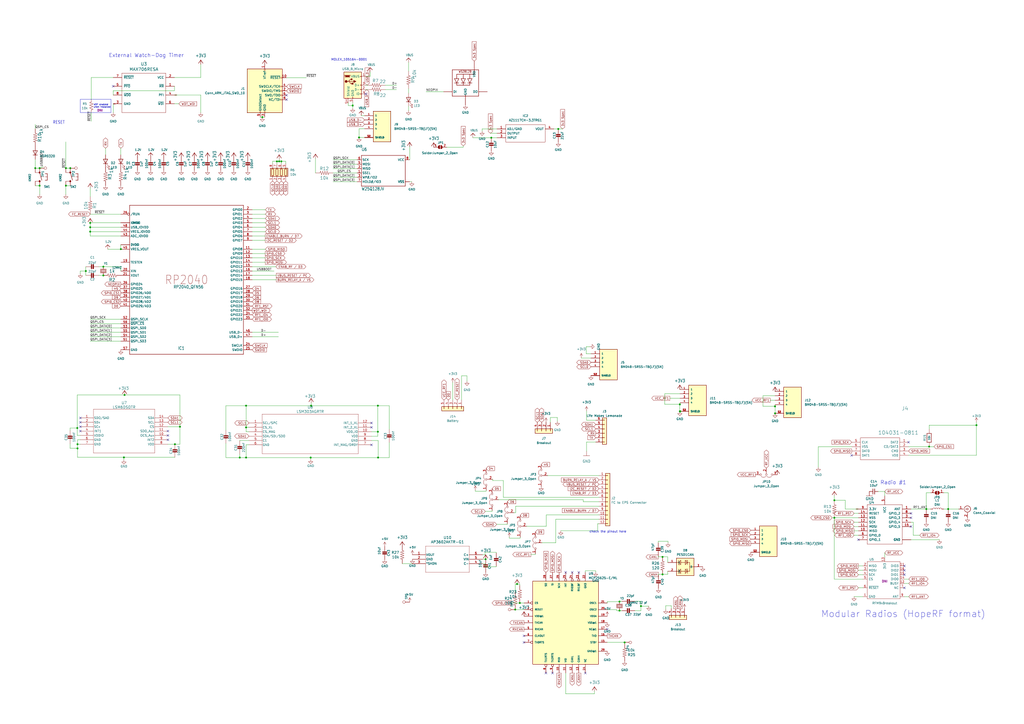
<source format=kicad_sch>
(kicad_sch (version 20230121) (generator eeschema)
  (paper "A2")
  (junction (at 281.7114 324.3834))
  (junction (at 44.958 257.683))
  (junction (at 20.447 97.536))
  (junction (at 384.3274 323.0372))
  (junction (at 298.8818 353.5934))
  (junction (at 180.467 235.331))
  (junction (at 180.213 265.43))
  (junction (at 22.987 107.696))
  (junction (at 394.3604 238.6076))
  (junction (at 449.58 235.712))
  (junction (at 550.037 295.275))
  (junction (at 142.748 235.331))
  (junction (at 219.202 250.444))
  (junction (at 449.6054 239.776))
  (junction (at 483.997 290.195))
  (junction (at 566.42 246.634))
  (junction (at 40.767 97.536))
  (junction (at 59.944 159.766))
  (junction (at 44.958 260.096))
  (junction (at 160.655 93.599))
  (junction (at 70.104 144.526))
  (junction (at 139.065 265.43))
  (junction (at 38.227 107.696))
  (junction (at 323.85 74.803))
  (junction (at 359.3592 354.203))
  (junction (at 52.324 134.366))
  (junction (at 219.329 265.43))
  (junction (at 359.3592 348.9706))
  (junction (at 142.748 247.904))
  (junction (at 362.331 372.6434))
  (junction (at 284.988 79.883))
  (junction (at 52.324 129.286))
  (junction (at 38.227 97.536))
  (junction (at 371.8052 351.5868))
  (junction (at 161.925 93.599))
  (junction (at 394.589 238.6076))
  (junction (at 142.748 265.43))
  (junction (at 483.997 300.355))
  (junction (at 394.589 238.633))
  (junction (at 44.831 248.285))
  (junction (at 59.944 154.686))
  (junction (at 394.3604 234.569))
  (junction (at 72.263 229.108))
  (junction (at 538.988 259.08))
  (junction (at 204.597 61.214))
  (junction (at 101.473 257.683))
  (junction (at 49.784 157.226))
  (junction (at 152.1714 67.945))
  (junction (at 22.987 97.536))
  (junction (at 219.202 235.331))
  (junction (at 301.5234 349.7834))
  (junction (at 104.394 247.523))
  (junction (at 163.195 93.599))
  (junction (at 384.3274 333.1972))
  (junction (at 208.28 79.756))
  (junction (at 299.9486 338.7852))
  (junction (at 537.337 295.275))
  (junction (at 71.882 265.303))
  (junction (at 52.324 131.826))
  (no_connect (at 303.9872 372.6434))
  (no_connect (at 528.447 300.355))
  (no_connect (at 524.637 328.295))
  (no_connect (at 331.9272 332.0034))
  (no_connect (at 65.659 50.038))
  (no_connect (at 46.609 244.983))
  (no_connect (at 166.243 57.785))
  (no_connect (at 524.637 330.835))
  (no_connect (at 497.967 313.055))
  (no_connect (at 339.5472 390.4234))
  (no_connect (at 316.6872 390.4234))
  (no_connect (at 524.637 340.995))
  (no_connect (at 528.447 305.435))
  (no_connect (at 528.447 297.815))
  (no_connect (at 494.03 264.16))
  (no_connect (at 320.4972 390.4234))
  (no_connect (at 303.9872 368.8334))
  (no_connect (at 166.243 55.245))
  (no_connect (at 212.217 54.483))
  (no_connect (at 97.409 255.143))
  (no_connect (at 527.05 256.54))
  (no_connect (at 215.519 258.064))
  (no_connect (at 524.637 333.375))
  (no_connect (at 46.609 250.063))
  (no_connect (at 352.2472 365.0234))
  (no_connect (at 215.519 245.364))
  (no_connect (at 335.7372 332.0034))
  (no_connect (at 46.609 247.523))
  (no_connect (at 97.409 252.603))
  (no_connect (at 328.1172 332.0034))
  (no_connect (at 215.519 247.904))
  (no_connect (at 97.409 250.063))
  (no_connect (at 46.609 242.443))
  (wire (pts (xy 223.52 49.403) (xy 229.997 49.403)))
  (wire (pts (xy 193.167 95.25) (xy 207.137 95.25)))
  (wire (pts (xy 394.589 238.633) (xy 394.589 238.6076)))
  (wire (pts (xy 139.065 263.398) (xy 139.065 265.43)))
  (wire (pts (xy 500.507 340.995) (xy 497.967 340.995)))
  (wire (pts (xy 225.806 249.047) (xy 225.806 235.331)))
  (wire (pts (xy 337.2104 207.6958) (xy 342.7984 207.6958)))
  (wire (pts (xy 497.967 305.435) (xy 495.427 305.435)))
  (wire (pts (xy 139.065 255.524) (xy 144.399 255.524)))
  (wire (pts (xy 70.104 85.979) (xy 70.104 89.789)))
  (wire (pts (xy 202.057 61.214) (xy 204.597 61.214)))
  (wire (pts (xy 340.0044 205.1558) (xy 340.0044 201.0918)))
  (wire (pts (xy 495.427 310.515) (xy 497.967 310.515)))
  (wire (pts (xy 52.324 197.866) (xy 70.104 197.866)))
  (wire (pts (xy 215.519 255.524) (xy 219.329 255.524)))
  (wire (pts (xy 359.3592 348.9706) (xy 352.2218 348.9706)))
  (wire (pts (xy 40.64 248.285) (xy 44.831 248.285)))
  (wire (pts (xy 547.497 285.877) (xy 550.037 285.877)))
  (wire (pts (xy 215.519 250.444) (xy 219.202 250.444)))
  (wire (pts (xy 213.36 49.403) (xy 212.217 49.403)))
  (wire (pts (xy 131.064 257.175) (xy 131.064 265.43)))
  (wire (pts (xy 295.4782 312.1406) (xy 301.7266 312.1406)))
  (wire (pts (xy 52.324 192.786) (xy 70.104 192.786)))
  (wire (pts (xy 180.213 265.43) (xy 180.213 266.446)))
  (wire (pts (xy 342.7984 205.1558) (xy 340.0044 205.1558)))
  (wire (pts (xy 340.233 256.413) (xy 340.233 261.747)))
  (wire (pts (xy 219.202 235.331) (xy 180.467 235.331)))
  (wire (pts (xy 62.484 144.526) (xy 70.104 144.526)))
  (wire (pts (xy 316.9412 298.704) (xy 347.472 298.704)))
  (wire (pts (xy 44.831 229.108) (xy 72.263 229.108)))
  (wire (pts (xy 146.304 149.606) (xy 153.924 149.606)))
  (wire (pts (xy 275.7424 284.3784) (xy 275.7424 284.9372)))
  (wire (pts (xy 394.462 234.569) (xy 394.3604 234.569)))
  (wire (pts (xy 442.595 235.712) (xy 449.58 235.712)))
  (wire (pts (xy 97.409 257.683) (xy 101.473 257.683)))
  (wire (pts (xy 142.748 235.331) (xy 142.748 247.904)))
  (wire (pts (xy 538.988 248.92) (xy 538.988 246.634)))
  (wire (pts (xy 449.58 229.616) (xy 442.595 229.616)))
  (wire (pts (xy 146.304 131.826) (xy 153.924 131.826)))
  (wire (pts (xy 139.065 255.778) (xy 139.065 255.524)))
  (wire (pts (xy 292.0238 278.7396) (xy 292.0238 288.544)))
  (wire (pts (xy 326.39 74.803) (xy 323.85 74.803)))
  (wire (pts (xy 38.227 82.296) (xy 38.227 97.536)))
  (wire (pts (xy 279.8826 324.3834) (xy 281.7114 324.3834)))
  (wire (pts (xy 65.659 60.198) (xy 65.659 65.278)))
  (wire (pts (xy 539.877 285.877) (xy 537.337 285.877)))
  (wire (pts (xy 281.7114 324.3834) (xy 281.7114 324.4088)))
  (wire (pts (xy 257.302 53.213) (xy 247.142 53.213)))
  (wire (pts (xy 550.037 295.275) (xy 556.133 295.275)))
  (wire (pts (xy 285.877 278.7396) (xy 292.0238 278.7396)))
  (wire (pts (xy 204.597 61.214) (xy 204.597 59.563)))
  (wire (pts (xy 328.1172 390.4234) (xy 328.1172 402.4376)))
  (wire (pts (xy 131.064 249.555) (xy 131.064 235.331)))
  (wire (pts (xy 385.572 234.569) (xy 394.3604 234.569)))
  (wire (pts (xy 483.997 300.355) (xy 483.997 335.915)))
  (wire (pts (xy 490.347 295.275) (xy 490.347 290.195)))
  (wire (pts (xy 328.1172 402.4376) (xy 344.8304 402.4376)))
  (wire (pts (xy 70.104 141.986) (xy 70.104 144.526)))
  (wire (pts (xy 529.717 302.895) (xy 529.717 310.515)))
  (wire (pts (xy 163.195 93.599) (xy 161.925 93.599)))
  (wire (pts (xy 165.735 93.599) (xy 163.195 93.599)))
  (wire (pts (xy 346.6592 307.8988) (xy 346.6592 303.784)))
  (wire (pts (xy 275.7424 284.9372) (xy 281.9908 284.9372)))
  (wire (pts (xy 287.8582 328.3966) (xy 287.8582 328.803)))
  (wire (pts (xy 314.4012 314.9092) (xy 322.3768 314.9092)))
  (wire (pts (xy 204.597 61.214) (xy 204.597 62.738)))
  (wire (pts (xy 146.304 147.066) (xy 153.924 147.066)))
  (wire (pts (xy 207.137 100.33) (xy 193.167 100.33)))
  (wire (pts (xy 219.202 250.444) (xy 219.202 235.331)))
  (wire (pts (xy 20.447 107.696) (xy 22.987 107.696)))
  (wire (pts (xy 281.3812 326.9234) (xy 281.3812 328.803)))
  (wire (pts (xy 209.55 67.056) (xy 209.55 66.929)))
  (wire (pts (xy 550.037 285.877) (xy 550.037 295.275)))
  (wire (pts (xy 345.5162 331.1398) (xy 339.5472 331.1398)))
  (wire (pts (xy 368.3 354.203) (xy 371.8052 354.203)))
  (wire (pts (xy 497.967 295.275) (xy 490.347 295.275)))
  (wire (pts (xy 225.806 235.331) (xy 219.202 235.331)))
  (wire (pts (xy 281.3558 320.4464) (xy 287.8582 320.4464)))
  (wire (pts (xy 285.877 278.765) (xy 285.877 278.7396)))
  (wire (pts (xy 160.655 93.599) (xy 160.655 94.869)))
  (wire (pts (xy 281.5082 296.672) (xy 285.4452 296.672)))
  (wire (pts (xy 281.3558 321.8434) (xy 281.3558 320.4464)))
  (wire (pts (xy 237.617 85.09) (xy 237.617 92.71)))
  (wire (pts (xy 233.3244 326.9234) (xy 239.2426 326.9234)))
  (wire (pts (xy 70.104 154.686) (xy 70.104 157.226)))
  (wire (pts (xy 513.207 320.675) (xy 513.207 323.215)))
  (wire (pts (xy 270.891 221.107) (xy 270.891 218.059)))
  (wire (pts (xy 298.8818 353.5934) (xy 303.9872 353.5934)))
  (wire (pts (xy 325.3232 307.8988) (xy 346.6592 307.8988)))
  (wire (pts (xy 146.304 129.286) (xy 153.924 129.286)))
  (wire (pts (xy 223.52 51.943) (xy 229.997 51.943)))
  (wire (pts (xy 538.988 246.634) (xy 566.42 246.634)))
  (wire (pts (xy 44.958 255.143) (xy 44.958 257.683)))
  (wire (pts (xy 322.3768 301.244) (xy 347.472 301.244)))
  (wire (pts (xy 301.5234 349.7834) (xy 303.9872 349.7834)))
  (wire (pts (xy 340.233 243.713) (xy 345.567 243.713)))
  (wire (pts (xy 158.115 93.599) (xy 158.115 94.869)))
  (wire (pts (xy 359.3592 348.8436) (xy 359.3592 348.9706)))
  (wire (pts (xy 371.8052 348.8436) (xy 371.8052 351.5868)))
  (wire (pts (xy 131.064 265.43) (xy 139.065 265.43)))
  (wire (pts (xy 483.997 300.355) (xy 497.967 300.355)))
  (wire (pts (xy 338.328 289.814) (xy 338.328 291.084)))
  (wire (pts (xy 259.207 85.344) (xy 268.732 85.344)))
  (wire (pts (xy 384.3274 333.1972) (xy 387.3246 333.1972)))
  (wire (pts (xy 183.007 91.948) (xy 183.007 100.33)))
  (wire (pts (xy 394.462 225.9076) (xy 394.3604 225.9076)))
  (wire (pts (xy 193.167 105.41) (xy 207.137 105.41)))
  (wire (pts (xy 279.8826 326.9234) (xy 281.3812 326.9234)))
  (wire (pts (xy 385.572 228.473) (xy 394.462 228.473)))
  (polyline (pts (xy 46.609 57.658) (xy 64.389 57.658)))
  (wire (pts (xy 116.459 55.118) (xy 116.459 65.278)))
  (wire (pts (xy 497.967 302.895) (xy 495.427 302.895)))
  (wire (pts (xy 44.958 257.683) (xy 46.609 257.683)))
  (wire (pts (xy 352.2218 349.7834) (xy 352.2472 349.7834)))
  (wire (pts (xy 153.924 124.206) (xy 146.304 124.206)))
  (wire (pts (xy 387.5024 313.944) (xy 387.5024 314.8076)))
  (wire (pts (xy 449.6054 235.712) (xy 449.6054 239.776)))
  (wire (pts (xy 236.982 51.435) (xy 236.982 53.975)))
  (polyline (pts (xy 46.609 65.278) (xy 46.609 57.658)))
  (wire (pts (xy 52.324 136.906) (xy 52.324 134.366)))
  (wire (pts (xy 116.459 44.958) (xy 116.459 37.338)))
  (wire (pts (xy 323.342 242.189) (xy 323.342 244.348)))
  (wire (pts (xy 381.8636 313.944) (xy 387.5024 313.944)))
  (wire (pts (xy 319.278 244.983) (xy 319.278 242.189)))
  (wire (pts (xy 70.104 131.826) (xy 52.324 131.826)))
  (wire (pts (xy 52.324 195.326) (xy 70.104 195.326)))
  (wire (pts (xy 219.329 255.524) (xy 219.329 265.43)))
  (wire (pts (xy 146.304 144.526) (xy 153.924 144.526)))
  (wire (pts (xy 384.3274 323.0372) (xy 387.3246 323.0372)))
  (wire (pts (xy 52.324 108.966) (xy 52.324 114.046)))
  (wire (pts (xy 236.982 61.595) (xy 236.982 64.135)))
  (wire (pts (xy 103.759 60.198) (xy 101.219 60.198)))
  (wire (pts (xy 166.243 45.085) (xy 177.673 45.085)))
  (wire (pts (xy 340.0044 201.0918) (xy 342.1634 201.0918)))
  (wire (pts (xy 347.472 288.544) (xy 292.0238 288.544)))
  (wire (pts (xy 319.278 242.189) (xy 323.342 242.189)))
  (wire (pts (xy 20.447 74.676) (xy 20.447 72.136)))
  (wire (pts (xy 360.68 348.8436) (xy 359.3592 348.8436)))
  (wire (pts (xy 22.987 97.536) (xy 20.447 97.536)))
  (wire (pts (xy 537.337 285.877) (xy 537.337 295.275)))
  (wire (pts (xy 394.462 233.553) (xy 394.462 234.569)))
  (wire (pts (xy 274.32 79.883) (xy 284.988 79.883)))
  (wire (pts (xy 59.944 154.686) (xy 57.404 154.686)))
  (wire (pts (xy 160.02 154.686) (xy 146.304 154.686)))
  (wire (pts (xy 339.5472 331.1398) (xy 339.5472 332.0034)))
  (wire (pts (xy 446.786 232.156) (xy 446.786 232.1306)))
  (wire (pts (xy 296.799 349.7834) (xy 301.5234 349.7834)))
  (wire (pts (xy 287.8582 320.4464) (xy 287.8582 320.7766)))
  (wire (pts (xy 294.3352 304.2158) (xy 294.3352 303.7078)))
  (wire (pts (xy 338.328 291.084) (xy 347.472 291.084)))
  (wire (pts (xy 513.207 285.115) (xy 509.397 285.115)))
  (wire (pts (xy 295.4782 311.5818) (xy 295.4782 312.1406)))
  (wire (pts (xy 44.958 257.683) (xy 44.958 260.096)))
  (wire (pts (xy 97.409 247.523) (xy 104.394 247.523)))
  (wire (pts (xy 116.459 44.958) (xy 101.219 44.958)))
  (wire (pts (xy 151.003 67.945) (xy 152.1714 67.945)))
  (wire (pts (xy 40.64 260.096) (xy 44.958 260.096)))
  (wire (pts (xy 359.3592 354.0506) (xy 359.3592 354.203)))
  (wire (pts (xy 385.572 228.473) (xy 385.572 234.569)))
  (wire (pts (xy 368.3 348.8436) (xy 371.8052 348.8436)))
  (wire (pts (xy 146.304 134.366) (xy 153.924 134.366)))
  (wire (pts (xy 104.394 257.683) (xy 104.394 247.523)))
  (wire (pts (xy 527.05 264.16) (xy 566.42 264.16)))
  (wire (pts (xy 65.659 44.958) (xy 52.959 44.958)))
  (wire (pts (xy 289.2552 289.814) (xy 338.328 289.814)))
  (wire (pts (xy 131.064 235.331) (xy 142.748 235.331)))
  (wire (pts (xy 146.304 126.746) (xy 153.924 126.746)))
  (wire (pts (xy 52.959 44.958) (xy 52.959 57.658)))
  (wire (pts (xy 345.567 256.413) (xy 340.233 256.413)))
  (wire (pts (xy 288.0868 304.2158) (xy 294.3352 304.2158)))
  (wire (pts (xy 381.8636 322.4276) (xy 381.8636 323.0372)))
  (wire (pts (xy 52.324 134.366) (xy 52.324 131.826)))
  (wire (pts (xy 44.958 265.303) (xy 71.882 265.303)))
  (wire (pts (xy 219.329 265.43) (xy 180.213 265.43)))
  (wire (pts (xy 394.462 225.933) (xy 394.462 225.9076)))
  (wire (pts (xy 208.28 74.676) (xy 208.28 79.756)))
  (wire (pts (xy 44.831 252.603) (xy 44.831 248.285)))
  (wire (pts (xy 284.48 77.343) (xy 288.29 77.343)))
  (wire (pts (xy 71.882 265.303) (xy 71.882 266.7)))
  (wire (pts (xy 305.5366 305.2826) (xy 316.9412 305.2826)))
  (wire (pts (xy 299.085 297.3578) (xy 299.085 293.624)))
  (wire (pts (xy 146.304 136.906) (xy 153.924 136.906)))
  (wire (pts (xy 146.304 159.766) (xy 160.274 159.766)))
  (wire (pts (xy 310.5912 321.6402) (xy 310.5912 321.2592)))
  (wire (pts (xy 285.8008 278.765) (xy 285.8008 278.0792)))
  (wire (pts (xy 279.654 76.073) (xy 279.654 74.803)))
  (wire (pts (xy 270.891 218.059) (xy 267.716 218.059)))
  (wire (pts (xy 281.9908 284.9372) (xy 281.9908 284.4292)))
  (wire (pts (xy 212.217 44.323) (xy 214.757 44.323)))
  (wire (pts (xy 528.447 313.055) (xy 544.957 313.055)))
  (wire (pts (xy 40.767 107.696) (xy 38.227 107.696)))
  (wire (pts (xy 388.62 231.013) (xy 394.462 231.013)))
  (wire (pts (xy 316.9412 305.2826) (xy 316.9412 298.704)))
  (wire (pts (xy 352.2472 353.5934) (xy 357.7844 353.5934)))
  (wire (pts (xy 298.8818 343.4334) (xy 298.8818 338.7852)))
  (wire (pts (xy 281.3812 328.803) (xy 287.8582 328.803)))
  (wire (pts (xy 207.137 102.87) (xy 193.167 102.87)))
  (wire (pts (xy 352.2472 372.6434) (xy 362.331 372.6434)))
  (wire (pts (xy 142.748 235.331) (xy 180.467 235.331)))
  (wire (pts (xy 527.177 346.075) (xy 524.637 346.075)))
  (wire (pts (xy 495.427 346.075) (xy 500.507 346.075)))
  (wire (pts (xy 225.806 256.667) (xy 225.806 265.43)))
  (wire (pts (xy 449.58 227.076) (xy 449.6054 227.076)))
  (wire (pts (xy 371.8052 351.5868) (xy 371.8052 354.203)))
  (wire (pts (xy 219.202 252.984) (xy 219.202 250.444)))
  (wire (pts (xy 104.394 247.523) (xy 104.394 229.108)))
  (wire (pts (xy 360.68 354.203) (xy 359.3592 354.203)))
  (wire (pts (xy 528.447 295.275) (xy 537.337 295.275)))
  (wire (pts (xy 101.473 265.303) (xy 71.882 265.303)))
  (wire (pts (xy 442.595 229.616) (xy 442.595 235.712)))
  (wire (pts (xy 494.03 259.08) (xy 474.726 259.08)))
  (wire (pts (xy 40.64 257.429) (xy 40.64 260.096)))
  (wire (pts (xy 497.967 307.975) (xy 495.427 307.975)))
  (wire (pts (xy 449.58 234.696) (xy 449.58 235.712)))
  (wire (pts (xy 46.609 255.143) (xy 44.958 255.143)))
  (wire (pts (xy 207.137 92.71) (xy 193.167 92.71)))
  (wire (pts (xy 262.636 221.869) (xy 262.636 232.029)))
  (wire (pts (xy 52.324 131.826) (xy 52.324 129.286)))
  (wire (pts (xy 46.609 252.603) (xy 44.831 252.603)))
  (wire (pts (xy 52.959 65.278) (xy 52.959 70.358)))
  (wire (pts (xy 144.399 258.064) (xy 142.748 258.064)))
  (wire (pts (xy 146.304 162.306) (xy 160.274 162.306)))
  (wire (pts (xy 268.732 84.582) (xy 268.732 85.344)))
  (polyline (pts (xy 64.389 65.278) (xy 46.609 65.278)))
  (polyline (pts (xy 64.389 57.658) (xy 64.389 65.278)))
  (wire (pts (xy 144.399 250.444) (xy 142.748 250.444)))
  (wire (pts (xy 279.8826 321.8434) (xy 281.3558 321.8434)))
  (wire (pts (xy 44.958 260.096) (xy 44.958 265.303)))
  (wire (pts (xy 38.227 97.536) (xy 40.767 97.536)))
  (wire (pts (xy 527.177 338.455) (xy 524.637 338.455)))
  (wire (pts (xy 490.347 290.195) (xy 483.997 290.195)))
  (wire (pts (xy 70.104 187.706) (xy 52.324 187.706)))
  (wire (pts (xy 500.507 328.295) (xy 497.967 328.295)))
  (wire (pts (xy 337.2104 207.5688) (xy 337.2104 207.6958)))
  (wire (pts (xy 70.104 129.286) (xy 52.324 129.286)))
  (wire (pts (xy 142.748 265.43) (xy 180.213 265.43)))
  (wire (pts (xy 387.3246 326.2884) (xy 387.3246 323.0372)))
  (wire (pts (xy 70.104 136.906) (xy 52.324 136.906)))
  (wire (pts (xy 44.831 248.285) (xy 44.831 229.108)))
  (wire (pts (xy 142.748 258.064) (xy 142.748 265.43)))
  (wire (pts (xy 101.219 55.118) (xy 116.459 55.118)))
  (wire (pts (xy 40.64 249.809) (xy 40.64 248.285)))
  (wire (pts (xy 70.104 185.166) (xy 52.324 185.166)))
  (wire (pts (xy 146.304 121.666) (xy 153.924 121.666)))
  (wire (pts (xy 165.735 94.869) (xy 165.735 93.599)))
  (wire (pts (xy 308.0004 321.6402) (xy 310.5912 321.6402)))
  (wire (pts (xy 104.394 229.108) (xy 72.263 229.108)))
  (wire (pts (xy 211.455 67.056) (xy 209.55 67.056)))
  (wire (pts (xy 381.8636 323.0372) (xy 384.3274 323.0372)))
  (wire (pts (xy 70.104 134.366) (xy 52.324 134.366)))
  (wire (pts (xy 284.988 79.883) (xy 288.29 79.883)))
  (wire (pts (xy 202.057 61.214) (xy 202.057 59.563)))
  (wire (pts (xy 101.219 52.578) (xy 101.219 50.038)))
  (wire (pts (xy 547.497 295.275) (xy 550.037 295.275)))
  (wire (pts (xy 381.9652 333.6798) (xy 381.9652 333.1972)))
  (wire (pts (xy 161.925 92.329) (xy 161.925 93.599)))
  (wire (pts (xy 527.177 335.915) (xy 524.637 335.915)))
  (wire (pts (xy 394.716 238.633) (xy 394.716 238.6076)))
  (wire (pts (xy 65.659 52.578) (xy 101.219 52.578)))
  (wire (pts (xy 389.4328 351.3074) (xy 389.4328 353.06)))
  (wire (pts (xy 214.757 44.323) (xy 214.757 41.783)))
  (wire (pts (xy 20.447 92.456) (xy 20.447 97.536)))
  (wire (pts (xy 215.519 252.984) (xy 219.202 252.984)))
  (wire (pts (xy 101.473 257.683) (xy 104.394 257.683)))
  (wire (pts (xy 529.717 310.515) (xy 533.527 310.515)))
  (wire (pts (xy 352.2218 348.9706) (xy 352.2218 349.7834)))
  (wire (pts (xy 394.589 238.633) (xy 394.716 238.633)))
  (wire (pts (xy 57.404 159.766) (xy 59.944 159.766)))
  (wire (pts (xy 207.137 97.79) (xy 193.167 97.79)))
  (wire (pts (xy 340.233 238.379) (xy 340.233 243.713)))
  (wire (pts (xy 446.786 232.1306) (xy 449.58 232.156)))
  (wire (pts (xy 208.28 79.756) (xy 211.455 79.756)))
  (wire (pts (xy 394.462 238.633) (xy 394.589 238.633)))
  (wire (pts (xy 483.997 335.915) (xy 500.507 335.915)))
  (wire (pts (xy 449.58 235.712) (xy 449.6054 235.712)))
  (wire (pts (xy 22.987 107.696) (xy 22.987 112.776)))
  (wire (pts (xy 497.967 297.815) (xy 495.427 297.815)))
  (wire (pts (xy 299.085 293.624) (xy 347.472 293.624)))
  (wire (pts (xy 322.3768 314.9092) (xy 322.3768 301.244)))
  (wire (pts (xy 394.589 238.6076) (xy 394.3604 238.6076)))
  (wire (pts (xy 70.104 124.206) (xy 52.324 124.206)))
  (wire (pts (xy 142.748 250.444) (xy 142.748 247.904)))
  (wire (pts (xy 346.6592 303.784) (xy 347.472 303.784)))
  (wire (pts (xy 381.8636 314.8076) (xy 381.8636 313.944)))
  (wire (pts (xy 347.472 275.844) (xy 317.7286 275.844)))
  (wire (pts (xy 301.7266 312.1406) (xy 301.7266 311.6326)))
  (wire (pts (xy 160.655 93.599) (xy 158.115 93.599)))
  (wire (pts (xy 482.727 300.355) (xy 483.997 300.355)))
  (wire (pts (xy 49.784 157.226) (xy 49.784 159.766)))
  (wire (pts (xy 180.467 233.68) (xy 180.467 235.331)))
  (wire (pts (xy 500.507 330.835) (xy 497.967 330.835)))
  (wire (pts (xy 513.207 285.115) (xy 513.207 287.655)))
  (wire (pts (xy 225.806 265.43) (xy 219.329 265.43)))
  (wire (pts (xy 394.3604 234.569) (xy 394.3604 238.6076)))
  (wire (pts (xy 362.331 372.6434) (xy 362.331 373.4054)))
  (wire (pts (xy 52.324 190.246) (xy 70.104 190.246)))
  (wire (pts (xy 146.304 192.786) (xy 161.544 192.786)))
  (wire (pts (xy 357.7844 353.5934) (xy 357.7844 354.203)))
  (wire (pts (xy 386.207 351.3074) (xy 389.4328 351.3074)))
  (wire (pts (xy 566.42 246.634) (xy 566.42 264.16)))
  (wire (pts (xy 46.609 157.226) (xy 49.784 157.226)))
  (wire (pts (xy 285.8008 278.765) (xy 285.877 278.765)))
  (wire (pts (xy 237.617 105.41) (xy 238.887 105.41)))
  (wire (pts (xy 139.065 265.43) (xy 142.748 265.43)))
  (wire (pts (xy 152.1714 67.945) (xy 153.543 67.945)))
  (wire (pts (xy 381.9652 333.1972) (xy 384.3274 333.1972)))
  (wire (pts (xy 538.988 259.08) (xy 541.782 259.08)))
  (wire (pts (xy 345.5162 331.8256) (xy 345.5162 331.1398)))
  (wire (pts (xy 146.304 152.146) (xy 153.924 152.146)))
  (wire (pts (xy 65.659 55.118) (xy 65.659 52.578)))
  (wire (pts (xy 527.05 259.08) (xy 538.988 259.08)))
  (wire (pts (xy 146.304 157.226) (xy 159.004 157.226)))
  (wire (pts (xy 371.8052 351.5868) (xy 376.3772 351.5868)))
  (wire (pts (xy 213.36 51.943) (xy 212.217 51.943)))
  (wire (pts (xy 49.784 154.686) (xy 49.784 157.226)))
  (wire (pts (xy 46.609 158.75) (xy 46.609 157.226)))
  (wire (pts (xy 387.3246 331.3684) (xy 387.3246 333.1972)))
  (wire (pts (xy 279.654 74.803) (xy 288.29 74.803)))
  (wire (pts (xy 144.399 247.904) (xy 142.748 247.904)))
  (wire (pts (xy 500.507 333.375) (xy 497.967 333.375)))
  (wire (pts (xy 25.146 96.647) (xy 22.987 97.536)))
  (wire (pts (xy 566.42 244.856) (xy 566.42 246.634)))
  (wire (pts (xy 323.85 74.803) (xy 321.31 74.803)))
  (wire (pts (xy 236.982 41.275) (xy 236.982 36.195)))
  (wire (pts (xy 474.726 259.08) (xy 474.726 271.018)))
  (wire (pts (xy 299.9486 338.7852) (xy 301.5234 338.7852)))
  (wire (pts (xy 298.8818 338.7852) (xy 299.9486 338.7852)))
  (wire (pts (xy 146.304 139.446) (xy 153.924 139.446)))
  (wire (pts (xy 285.4452 296.164) (xy 285.4452 296.672)))
  (wire (pts (xy 211.455 74.676) (xy 208.28 74.676)))
  (wire (pts (xy 301.5234 338.7852) (xy 301.5234 339.6234)))
  (wire (pts (xy 38.227 112.776) (xy 38.227 107.696)))
  (wire (pts (xy 163.195 94.869) (xy 163.195 93.599)))
  (wire (pts (xy 344.8304 402.4376) (xy 344.8304 400.9644)))
  (wire (pts (xy 267.716 218.059) (xy 267.716 232.029)))
  (wire (pts (xy 483.997 290.195) (xy 483.997 287.655)))
  (wire (pts (xy 146.304 195.326) (xy 161.544 195.326)))
  (wire (pts (xy 528.447 302.895) (xy 529.717 302.895)))
  (wire (pts (xy 449.58 239.776) (xy 449.6054 239.776)))
  (wire (pts (xy 394.716 238.6076) (xy 394.589 238.6076)))
  (wire (pts (xy 59.944 154.686) (xy 70.104 154.686)))
  (wire (pts (xy 357.7844 354.203) (xy 359.3592 354.203)))
  (wire (pts (xy 298.1452 297.3578) (xy 299.085 297.3578)))
  (wire (pts (xy 61.214 85.979) (xy 61.214 89.789)))
  (wire (pts (xy 161.925 93.599) (xy 160.655 93.599)))
  (wire (pts (xy 537.337 295.275) (xy 539.877 295.275)))
  (wire (pts (xy 386.207 351.3074) (xy 386.207 353.4664)))
  (text "Radio #1" (at 510.667 281.305 0) (effects (font (size 2.159 2.159)) (justify left bottom)))
  (text "Modular Radios (HopeRF format)" (at 476.25 358.521 0) (effects (font (size 3.81 3.81)) (justify left bottom)))
  (text "MOLEX_105164-0001" (at 192.024 35.433 0) (effects (font (size 1.27 1.27)) (justify left bottom)))
  (text "check the pinout here\n" (at 341.884 309.245 0) (effects (font (size 1.27 1.27)) (justify left bottom)))
  (text "RESET" (at 30.607 72.136 0) (effects (font (size 1.778 1.5113)) (justify left bottom)))
  (text "WDT enabled\nwhen installed" (at 54.229 62.738 0) (effects (font (size 0.889 0.889)) (justify left bottom)))
  (text "External Watch-Dog Timer" (at 63.119 33.528 0) (effects (font (size 2.159 2.159)) (justify left bottom)))
  (label "QSPI_DATA[3]" (at 193.167 105.41 0) (effects (font (size 1.2446 1.2446))))
  (label "D+" (at 227.457 49.403 0) (effects (font (size 1.2446 1.2446))))
  (label "QSPI_DATA[3]" (at 52.324 197.866 0) (effects (font (size 1.2446 1.2446))))
  (label "QSPI_CS" (at 20.447 74.676 0) (effects (font (size 1.2446 1.2446))))
  (label "D-" (at 227.457 51.943 0) (effects (font (size 1.2446 1.2446))))
  (label "QSPI_DATA[2]" (at 52.324 195.326 0) (effects (font (size 1.2446 1.2446))))
  (label "QSPI_CS" (at 195.707 100.33 0) (effects (font (size 1.2446 1.2446))))
  (label "QSPI_DATA[0]" (at 52.324 190.246 0) (effects (font (size 1.2446 1.2446))))
  (label "QSPI_DATA[2]" (at 193.167 102.87 0) (effects (font (size 1.2446 1.2446))))
  (label "QSPI_DATA[1]" (at 52.324 192.786 0) (effects (font (size 1.2446 1.2446))))
  (label "NEOPIX" (at 247.142 53.213 0) (effects (font (size 1.2446 1.2446))))
  (label "QSPI_DATA[0]" (at 193.167 95.25 0) (effects (font (size 1.2446 1.2446))))
  (label "D-" (at 151.384 192.786 0) (effects (font (size 1.2446 1.2446))))
  (label "~{RESET}" (at 38.227 97.536 90) (effects (font (size 1.2446 1.2446))))
  (label "~{RESET}" (at 177.673 45.085 0) (effects (font (size 1.2446 1.2446))))
  (label "RF1_ANT" (at 529.717 295.275 0))
  (label "USBBOOT" (at 148.844 157.226 0) (effects (font (size 1.2446 1.2446))))
  (label "QSPI_SCK" (at 52.324 185.166 0) (effects (font (size 1.2446 1.2446))))
  (label "QSPI_DATA[1]" (at 193.167 97.79 0) (effects (font (size 1.2446 1.2446))))
  (label "QSPI_CS" (at 52.324 187.706 0) (effects (font (size 1.2446 1.2446))))
  (label "~{RESET}" (at 52.959 70.358 90) (effects (font (size 1.2446 1.2446))))
  (label "D+" (at 151.384 195.326 0) (effects (font (size 1.2446 1.2446))))
  (label "QSPI_SCK" (at 193.167 92.71 0) (effects (font (size 1.2446 1.2446))))
  (label "USBBOOT" (at 25.146 96.647 90) (effects (font (size 1.2446 1.2446))))
  (label "~{RESET}" (at 54.864 124.206 0) (effects (font (size 1.2446 1.2446))))
  (global_label "SDA0" (shape bidirectional) (at 342.7984 210.2358 180) (property "Intersheetrefs" "${INTERSHEET_REFS}" (effects hide)))
  (global_label "SPI0_MISO" (shape output) (at 494.03 261.62 180) (property "Intersheetrefs" "${INTERSHEET_REFS}" (effects hide)))
  (global_label "3v3 Spec" (shape input) (at 268.732 84.582 90) (property "Intersheetrefs" "${INTERSHEET_REFS}" (effects hide)))
  (global_label "3v3 Spec" (shape input) (at 284.48 77.343 90) (property "Intersheetrefs" "${INTERSHEET_REFS}" (effects hide)))
  (global_label "TX" (shape input) (at 345.567 253.873 180) (property "Intersheetrefs" "${INTERSHEET_REFS}" (effects hide)))
  (global_label "SCL1" (shape bidirectional) (at 144.399 245.364 180) (property "Intersheetrefs" "${INTERSHEET_REFS}" (effects hide)))
  (global_label "SCL0" (shape bidirectional) (at 281.5082 296.672 180) (property "Intersheetrefs" "${INTERSHEET_REFS}" (effects hide)))
  (global_label "SPI0_CS0" (shape bidirectional) (at 482.727 300.355 180) (property "Intersheetrefs" "${INTERSHEET_REFS}" (effects hide)))
  (global_label "SPI0_MISO" (shape input) (at 153.924 144.526 0) (property "Intersheetrefs" "${INTERSHEET_REFS}" (effects hide)))
  (global_label "SDA1" (shape bidirectional) (at 153.924 126.746 0) (property "Intersheetrefs" "${INTERSHEET_REFS}" (effects hide)))
  (global_label "SCL1" (shape bidirectional) (at 345.567 248.793 180) (property "Intersheetrefs" "${INTERSHEET_REFS}" (effects hide)))
  (global_label "BURN_RELAY_A {slash} VS" (shape output) (at 160.274 162.306 0) (property "Intersheetrefs" "${INTERSHEET_REFS}" (effects hide)))
  (global_label "RF1_IO0" (shape bidirectional) (at 527.177 335.915 0) (property "Intersheetrefs" "${INTERSHEET_REFS}" (effects hide)))
  (global_label "SWDIO" (shape input) (at 166.243 52.705 0) (property "Intersheetrefs" "${INTERSHEET_REFS}" (effects hide)))
  (global_label "CANL" (shape output) (at 391.9728 353.06 90) (property "Intersheetrefs" "${INTERSHEET_REFS}" (effects hide)))
  (global_label "SPI0_MOSI" (shape input) (at 495.427 305.435 180) (property "Intersheetrefs" "${INTERSHEET_REFS}" (effects hide)))
  (global_label "SPI0_CS1" (shape input) (at 541.782 259.08 0) (property "Intersheetrefs" "${INTERSHEET_REFS}" (effects hide)))
  (global_label "ENAB_RF {slash} D3" (shape input) (at 347.472 286.004 180) (property "Intersheetrefs" "${INTERSHEET_REFS}" (effects hide)))
  (global_label "I2C_RESET {slash} D2" (shape output) (at 153.924 139.446 0) (property "Intersheetrefs" "${INTERSHEET_REFS}" (effects hide)))
  (global_label "SCL0" (shape bidirectional) (at 153.924 134.366 0) (property "Intersheetrefs" "${INTERSHEET_REFS}" (effects hide)))
  (global_label "D5" (shape input) (at 146.304 169.926 0) (property "Intersheetrefs" "${INTERSHEET_REFS}" (effects hide)))
  (global_label "USB_D-" (shape input) (at 212.725 51.943 270) (property "Intersheetrefs" "${INTERSHEET_REFS}" (effects hide)))
  (global_label "SCL1" (shape bidirectional) (at 153.924 129.286 0) (property "Intersheetrefs" "${INTERSHEET_REFS}" (effects hide)))
  (global_label "RF1_IO4" (shape bidirectional) (at 533.527 310.515 0) (property "Intersheetrefs" "${INTERSHEET_REFS}" (effects hide)))
  (global_label "RF1_RST" (shape bidirectional) (at 497.967 340.995 180) (property "Intersheetrefs" "${INTERSHEET_REFS}" (effects hide)))
  (global_label "GND" (shape bidirectional) (at 101.219 55.118 0) (effects (font (size 0.254 0.254))) (property "Intersheetrefs" "${INTERSHEET_REFS}" (effects hide)))
  (global_label "TX" (shape bidirectional) (at 70.104 85.979 90) (property "Intersheetrefs" "${INTERSHEET_REFS}" (effects hide)))
  (global_label "SPI0_CS2" (shape output) (at 296.799 349.7834 180) (property "Intersheetrefs" "${INTERSHEET_REFS}" (effects hide)))
  (global_label "CANL" (shape output) (at 331.9272 390.4234 270) (property "Intersheetrefs" "${INTERSHEET_REFS}" (effects hide)))
  (global_label "RXCAN" (shape output) (at 324.3072 390.4234 270) (property "Intersheetrefs" "${INTERSHEET_REFS}" (effects hide)))
  (global_label "VBUS_RESET {slash} PC" (shape output) (at 160.274 159.766 0) (property "Intersheetrefs" "${INTERSHEET_REFS}" (effects hide)))
  (global_label "RF1_RST" (shape bidirectional) (at 146.304 177.546 0) (property "Intersheetrefs" "${INTERSHEET_REFS}" (effects hide)))
  (global_label "TXCAN" (shape output) (at 352.2472 368.8334 0) (property "Intersheetrefs" "${INTERSHEET_REFS}" (effects hide)))
  (global_label "RF_VCC" (shape bidirectional) (at 513.207 320.675 0) (property "Intersheetrefs" "${INTERSHEET_REFS}" (effects hide)))
  (global_label "3v3 Spec" (shape input) (at 326.39 74.803 90) (property "Intersheetrefs" "${INTERSHEET_REFS}" (effects hide)))
  (global_label "HS" (shape input) (at 70.104 167.386 180) (property "Intersheetrefs" "${INTERSHEET_REFS}" (effects hide)))
  (global_label "SPI0_MISO" (shape output) (at 495.427 307.975 180) (property "Intersheetrefs" "${INTERSHEET_REFS}" (effects hide)))
  (global_label "SPI0_MOSI" (shape output) (at 153.924 152.146 0) (property "Intersheetrefs" "${INTERSHEET_REFS}" (effects hide)))
  (global_label "D8" (shape input) (at 146.304 175.006 0) (property "Intersheetrefs" "${INTERSHEET_REFS}" (effects hide)))
  (global_label "RF1_IO0" (shape bidirectional) (at 495.427 310.515 180) (property "Intersheetrefs" "${INTERSHEET_REFS}" (effects hide)))
  (global_label "USB_D+" (shape input) (at 212.979 49.403 90) (property "Intersheetrefs" "${INTERSHEET_REFS}" (effects hide)))
  (global_label "SCL1" (shape bidirectional) (at 163.195 105.029 270) (property "Intersheetrefs" "${INTERSHEET_REFS}" (effects hide)))
  (global_label "SWCLK" (shape input) (at 166.243 50.165 0) (property "Intersheetrefs" "${INTERSHEET_REFS}" (effects hide)))
  (global_label "SDA0" (shape bidirectional) (at 160.655 105.029 270) (property "Intersheetrefs" "${INTERSHEET_REFS}" (effects hide)))
  (global_label "I2C_RESET {slash} D2" (shape input) (at 347.472 283.464 180) (property "Intersheetrefs" "${INTERSHEET_REFS}" (effects hide)))
  (global_label "SDA1" (shape bidirectional) (at 97.409 242.443 0) (property "Intersheetrefs" "${INTERSHEET_REFS}" (effects hide)))
  (global_label "SDA1" (shape bidirectional) (at 314.198 244.983 90) (property "Intersheetrefs" "${INTERSHEET_REFS}" (effects hide)))
  (global_label "SPI0_SCK" (shape input) (at 494.03 256.54 180) (property "Intersheetrefs" "${INTERSHEET_REFS}" (effects hide)))
  (global_label "VCC_RF1" (shape output) (at 446.786 232.156 180) (property "Intersheetrefs" "${INTERSHEET_REFS}" (effects hide)))
  (global_label "WDT_WDI" (shape output) (at 146.304 180.086 0) (property "Intersheetrefs" "${INTERSHEET_REFS}" (effects hide)))
  (global_label "SCL1" (shape bidirectional) (at 311.658 244.983 90) (property "Intersheetrefs" "${INTERSHEET_REFS}" (effects hide)))
  (global_label "D6" (shape input) (at 294.3352 291.0078 0) (property "Intersheetrefs" "${INTERSHEET_REFS}" (effects hide)))
  (global_label "TXCAN" (shape output) (at 303.9872 361.2134 180) (property "Intersheetrefs" "${INTERSHEET_REFS}" (effects hide)))
  (global_label "RX" (shape bidirectional) (at 153.924 124.206 0) (property "Intersheetrefs" "${INTERSHEET_REFS}" (effects hide)))
  (global_label "SPI0_SCK" (shape input) (at 435.5084 310.1848 180) (property "Intersheetrefs" "${INTERSHEET_REFS}" (effects hide)))
  (global_label "VBUS_RESET {slash} PC" (shape bidirectional) (at 347.472 280.924 180) (property "Intersheetrefs" "${INTERSHEET_REFS}" (effects hide)))
  (global_label "VCC_RF1" (shape output) (at 308.0004 321.6402 180) (property "Intersheetrefs" "${INTERSHEET_REFS}" (effects hide)))
  (global_label "CANH" (shape output) (at 335.7372 390.4234 270) (property "Intersheetrefs" "${INTERSHEET_REFS}" (effects hide)))
  (global_label "FC_RESET" (shape bidirectional) (at 265.176 232.029 90) (property "Intersheetrefs" "${INTERSHEET_REFS}" (effects hide)))
  (global_label "SCL0" (shape bidirectional) (at 342.7984 212.7758 180) (property "Intersheetrefs" "${INTERSHEET_REFS}" (effects hide)))
  (global_label "USB_D+" (shape input) (at 211.455 72.136 180) (property "Intersheetrefs" "${INTERSHEET_REFS}" (effects hide)))
  (global_label "SCL1" (shape bidirectional) (at 97.409 244.983 0) (property "Intersheetrefs" "${INTERSHEET_REFS}" (effects hide)))
  (global_label "SPI0_SCK" (shape output) (at 324.3072 332.0034 90) (property "Intersheetrefs" "${INTERSHEET_REFS}" (effects hide)))
  (global_label "ENAB_RF {slash} D3" (shape bidirectional) (at 160.02 154.686 0) (property "Intersheetrefs" "${INTERSHEET_REFS}" (effects hide)))
  (global_label "SPI0_CS0" (shape bidirectional) (at 435.5084 307.6448 180) (property "Intersheetrefs" "${INTERSHEET_REFS}" (effects hide)))
  (global_label "SPI0_CS0" (shape output) (at 153.924 147.066 0) (property "Intersheetrefs" "${INTERSHEET_REFS}" (effects hide)))
  (global_label "SCL0" (shape bidirectional) (at 158.115 105.029 270) (property "Intersheetrefs" "${INTERSHEET_REFS}" (effects hide)))
  (global_label "SPI0_MOSI" (shape output) (at 320.4972 332.0034 90) (property "Intersheetrefs" "${INTERSHEET_REFS}" (effects hide)))
  (global_label "D5" (shape input) (at 285.4452 283.464 0) (property "Intersheetrefs" "${INTERSHEET_REFS}" (effects hide)))
  (global_label "NEOPIX" (shape output) (at 70.104 164.846 180) (property "Intersheetrefs" "${INTERSHEET_REFS}" (effects hide)))
  (global_label "SPI0_MOSI" (shape input) (at 435.5084 312.7248 180) (property "Intersheetrefs" "${INTERSHEET_REFS}" (effects hide)))
  (global_label "D9" (shape input) (at 310.5912 308.5592 0) (property "Intersheetrefs" "${INTERSHEET_REFS}" (effects hide)))
  (global_label "D4" (shape input) (at 281.9908 271.7292 0) (property "Intersheetrefs" "${INTERSHEET_REFS}" (effects hide)))
  (global_label "SDA1" (shape bidirectional) (at 345.567 246.253 180) (property "Intersheetrefs" "${INTERSHEET_REFS}" (effects hide)))
  (global_label "BURN_RELAY_A {slash} VS" (shape input) (at 347.472 278.384 180) (property "Intersheetrefs" "${INTERSHEET_REFS}" (effects hide)))
  (global_label "TX" (shape bidirectional) (at 153.924 121.666 0) (property "Intersheetrefs" "${INTERSHEET_REFS}" (effects hide)))
  (global_label "RF1_RST" (shape bidirectional) (at 495.427 297.815 180) (property "Intersheetrefs" "${INTERSHEET_REFS}" (effects hide)))
  (global_label "SPI0_MISO" (shape output) (at 497.967 328.295 180) (property "Intersheetrefs" "${INTERSHEET_REFS}" (effects hide)))
  (global_label "SDA1" (shape bidirectional) (at 144.399 252.984 180) (property "Intersheetrefs" "${INTERSHEET_REFS}" (effects hide)))
  (global_label "SPI0_SCK" (shape output) (at 153.924 149.606 0) (property "Intersheetrefs" "${INTERSHEET_REFS}" (effects hide)))
  (global_label "RF1_IO4" (shape bidirectional) (at 527.177 338.455 0) (property "Intersheetrefs" "${INTERSHEET_REFS}" (effects hide)))
  (global_label "D8" (shape input) (at 301.7266 298.9326 0) (property "Intersheetrefs" "${INTERSHEET_REFS}" (effects hide)))
  (global_label "RX" (shape bidirectional) (at 61.214 85.979 90) (property "Intersheetrefs" "${INTERSHEET_REFS}" (effects hide)))
  (global_label "CANL" (shape output) (at 381.8636 323.0118 180) (property "Intersheetrefs" "${INTERSHEET_REFS}" (effects hide)))
  (global_label "CANH" (shape output) (at 394.5128 353.06 90) (property "Intersheetrefs" "${INTERSHEET_REFS}" (effects hide)))
  (global_label "VCC_RF1" (shape output) (at 388.62 231.013 180) (property "Intersheetrefs" "${INTERSHEET_REFS}" (effects hide)))
  (global_label "WDT_WDI" (shape input) (at 103.759 60.198 0) (property "Intersheetrefs" "${INTERSHEET_REFS}" (effects hide)))
  (global_label "SPI0_SCK" (shape input) (at 497.967 333.375 180) (property "Intersheetrefs" "${INTERSHEET_REFS}" (effects hide)))
  (global_label "D9" (shape input) (at 70.104 172.466 180) (property "Intersheetrefs" "${INTERSHEET_REFS}" (effects hide)))
  (global_label "SPI0_SCK" (shape input) (at 495.427 302.895 180) (property "Intersheetrefs" "${INTERSHEET_REFS}" (effects hide)))
  (global_label "VCC_RF1" (shape bidirectional) (at 257.556 232.029 90) (property "Intersheetrefs" "${INTERSHEET_REFS}" (effects hide)))
  (global_label "SWDIO" (shape input) (at 146.304 202.946 0) (property "Intersheetrefs" "${INTERSHEET_REFS}" (effects hide)))
  (global_label "RF_VCC" (shape bidirectional) (at 513.207 285.115 0) (property "Intersheetrefs" "${INTERSHEET_REFS}" (effects hide)))
  (global_label "RX" (shape output) (at 345.567 251.333 180) (property "Intersheetrefs" "${INTERSHEET_REFS}" (effects hide)))
  (global_label "RXCAN" (shape output) (at 303.9872 365.0234 180) (property "Intersheetrefs" "${INTERSHEET_REFS}" (effects hide)))
  (global_label "SPI0_CS1" (shape output) (at 70.104 169.926 180) (property "Intersheetrefs" "${INTERSHEET_REFS}" (effects hide)))
  (global_label "ENABLE_BURN {slash} D7" (shape input) (at 347.472 296.164 180) (property "Intersheetrefs" "${INTERSHEET_REFS}" (effects hide)))
  (global_label "ENABLE_BURN {slash} D7" (shape output) (at 153.924 136.906 0) (property "Intersheetrefs" "${INTERSHEET_REFS}" (effects hide)))
  (global_label "SDA0" (shape bidirectional) (at 288.0868 304.2158 180) (property "Intersheetrefs" "${INTERSHEET_REFS}" (effects hide)))
  (global_label "GND" (shape bidirectional) (at 65.659 60.198 0) (effects (font (size 0.254 0.254))) (property "Intersheetrefs" "${INTERSHEET_REFS}" (effects hide)))
  (global_label "HS" (shape input) (at 313.9186 269.494 0) (property "Intersheetrefs" "${INTERSHEET_REFS}" (effects hide)))
  (global_label "SWCLK" (shape input) (at 146.304 200.406 0) (property "Intersheetrefs" "${INTERSHEET_REFS}" (effects hide)))
  (global_label "SPI0_MISO" (shape output) (at 435.5084 315.2648 180) (property "Intersheetrefs" "${INTERSHEET_REFS}" (effects hide)))
  (global_label "USB_D-" (shape input) (at 211.455 69.596 180) (property "Intersheetrefs" "${INTERSHEET_REFS}" (effects hide)))
  (global_label "SDA0" (shape bidirectional) (at 153.924 131.826 0) (property "Intersheetrefs" "${INTERSHEET_REFS}" (effects hide)))
  (global_label "D6" (shape input) (at 146.304 172.466 0) (property "Intersheetrefs" "${INTERSHEET_REFS}" (effects hide)))
  (global_label "3.3V" (shape bidirectional) (at 497.967 295.275 180) (effects (font (size 0.254 0.254))) (property "Intersheetrefs" "${INTERSHEET_REFS}" (effects hide)))
  (global_label "SDA1" (shape bidirectional) (at 165.735 105.029 270) (property "Intersheetrefs" "${INTERSHEET_REFS}" (effects hide)))
  (global_label "FC_RESET" (shape bidirectional) (at 52.324 124.206 180) (property "Intersheetrefs" "${INTERSHEET_REFS}" (effects hide)))
  (global_label "RF1_IO4" (shape bidirectional) (at 146.304 182.626 0) (property "Intersheetrefs" "${INTERSHEET_REFS}" (effects hide)))
  (global_label "D4" (shape input) (at 146.304 167.386 0) (property "Intersheetrefs" "${INTERSHEET_REFS}" (effects hide)))
  (global_label "SPI0_MOSI" (shape input) (at 497.967 330.835 180) (property "Intersheetrefs" "${INTERSHEET_REFS}" (effects hide)))
  (global_label "SPI0_MISO" (shape input) (at 316.6872 332.0034 90) (property "Intersheetrefs" "${INTERSHEET_REFS}" (effects hide)))
  (global_label "RF1_IO0" (shape bidirectional) (at 146.304 185.166 0) (property "Intersheetrefs" "${INTERSHEET_REFS}" (effects hide)))
  (global_label "RF1_ANT" (shape bidirectional) (at 527.177 346.075 0) (property "Intersheetrefs" "${INTERSHEET_REFS}" (effects hide)))
  (global_label "D0" (shape input) (at 260.096 232.029 90) (property "Intersheetrefs" "${INTERSHEET_REFS}" (effects hide)))
  (global_label "CANH" (shape output) (at 381.9652 333.1972 180) (property "Intersheetrefs" "${INTERSHEET_REFS}" (effects hide)))
  (global_label "SPI0_MOSI" (shape input) (at 527.05 261.62 0) (property "Intersheetrefs" "${INTERSHEET_REFS}" (effects hide)))
  (global_label "3v3 Spec" (shape input) (at 275.082 35.433 90) (property "Intersheetrefs" "${INTERSHEET_REFS}" (effects hide)))
  (global_label "SPI0_CS2" (shape output) (at 70.104 175.006 180) (property "Intersheetrefs" "${INTERSHEET_REFS}" (effects hide)))
  (global_label "RF_VCC" (shape bidirectional) (at 444.5508 271.526 90) (property "Intersheetrefs" "${INTERSHEET_REFS}" (effects hide)))
  (global_label "D0" (shape input) (at 70.104 177.546 180) (property "Intersheetrefs" "${INTERSHEET_REFS}" (effects hide)))
  (global_label "VCC_RF1" (shape output) (at 438.2008 275.336 180) (property "Intersheetrefs" "${INTERSHEET_REFS}" (effects hide)))
  (symbol (lib_id "mainboard:RESISTOR0603") (at 61.214 102.489 270) (unit 1)
    (property "Reference" "R3" (at 62.738 102.489 0) (effects (font (size 1.778 1.778)) (justify bottom)))
    (property "Value" "1k" (at 65.6336 98.8314 0) (effects (font (size 1.778 1.778)) (justify top)))
    (property "Footprint" "Resistor_SMD:R_0603_1608Metric" (effects hide))
    (property "Description" "100K 0603" (effects hide))
  )
  (symbol (lib_id "LSM6DSOTR:LSM6DSOTR") (at 46.609 242.443 0) (unit 1)
    (property "Reference" "U7" (at 72.009 233.68 0) (effects (font (size 1.524 1.524))))
    (property "Value" "LSM6DSOTR" (at 72.009 236.22 0) (effects (font (size 1.524 1.524))))
    (property "Footprint" "Package_LGA:LGA-14_3x2.5mm_P0.5mm_LayoutBorder3x4y" (effects hide))
    (property "Datasheet" "LSM6DSOTR" (effects hide))
  )
  (symbol (lib_id "mainboard:10KOHM-1_10W-1%(0603)0603") (at 483.997 295.275 270) (unit 1)
    (property "Reference" "R13" (at 482.2698 293.9288 90) (effects (font (size 1.4986 1.4986)) (justify right)))
    (property "Value" "10k" (at 482.2698 296.5958 90) (effects (font (size 1.4986 1.4986)) (justify right)))
    (property "Footprint" "Resistor_SMD:R_0603_1608Metric" (effects hide))
    (property "Description" "10k 0603" (effects hide))
  )
  (symbol (lib_id "Device:C_Small") (at 506.857 285.115 90) (unit 1)
    (property "Reference" "C14" (at 506.857 279.2984 90))
    (property "Value" "10uF" (at 506.857 281.6098 90))
    (property "Footprint" "Capacitor_SMD:C_0603_1608Metric" (effects hide))
    (property "Description" "10uF +-20% 10V X5R" (effects hide))
  )
  (symbol (lib_id "power:GND") (at 561.213 300.355 0) (unit 1)
    (property "Reference" "#PWR047" (effects hide))
    (property "Value" "GND" (at 561.213 304.7984 0))
  )
  (symbol (lib_id "Molex_SD:104031-0811") (at 527.05 256.54 0) (mirror y) (unit 1)
    (property "Reference" "J4" (at 527.05 238.1758 0) (effects (font (size 2.159 2.159)) (justify left bottom)))
    (property "Value" "104031-0811" (at 532.892 252.222 0) (effects (font (size 2.159 2.159)) (justify left bottom)))
    (property "Footprint" "Connector_Card:microSD_HC_Molex_104031-0811" (effects hide))
    (property "Datasheet" "http://www.molex.com/webdocs/datasheets/pdf/en-us/1040310811_MEMORY_CARD_SOCKET.pdf" (effects hide))
    (property "Description" "microSD 1.10mm SMT push-pull memory card microSD 1.10mm SMT push-pull memory card" (effects hide))
    (property "Flight" "5031821852" (effects hide))
    (property "Manufacturer_Name" "Molex" (effects hide))
    (property "Manufacturer_Part_Number" "104031-0811" (effects hide))
    (property "Proto" "5031821852" (effects hide))
    (property "Mouser Part Number" "538-104031-0811" (effects hide))
    (property "Mouser Price/Stock" "https://www.mouser.co.uk/ProductDetail/Molex/104031-0811?qs=udsGRKD4nA3Tvy7wqky%252BuA%3D%3D" (effects hide))
  )
  (symbol (lib_id "Adafruit ItsyBitsy RP2040-eagle-import:SWITCH_TACT_SMT4.6X2.8") (at 40.767 102.616 270) (unit 1)
    (property "Reference" "SW2" (at 40.767 108.966 90) (effects (font (size 1.27 1.0795)) (justify left bottom)))
    (property "Value" "KMR2" (at 34.417 100.711 0) (effects (font (size 1.27 1.0795)) (justify left bottom)))
    (property "Footprint" "FC_DEV_BOARD:BTN_KMR2_4.6X2.8" (effects hide))
  )
  (symbol (lib_id "Adafruit ItsyBitsy RP2040-eagle-import:+3V3") (at 143.764 88.646 0) (unit 1)
    (property "Reference" "#+3V08" (effects hide))
    (property "Value" "+3V3" (at 141.224 93.726 90) (effects (font (size 1.778 1.5113)) (justify left bottom)))
    (property "Footprint" "Adafruit ItsyBitsy RP2040:" (effects hide))
  )
  (symbol (lib_id "power:GND") (at 544.957 313.055 0) (unit 1)
    (property "Reference" "#PWR044" (effects hide))
    (property "Value" "GND" (at 544.957 317.4984 0))
  )
  (symbol (lib_id "Adafruit ItsyBitsy RP2040-eagle-import:SWITCH_TACT_SMT4.6X2.8") (at 22.987 102.616 270) (unit 1)
    (property "Reference" "SW1" (at 25.527 108.966 90) (effects (font (size 1.27 1.0795)) (justify left bottom)))
    (property "Value" "KMR2" (at 16.637 100.711 0) (effects (font (size 1.27 1.0795)) (justify left bottom)))
    (property "Footprint" "FC_DEV_BOARD:BTN_KMR2_4.6X2.8" (effects hide))
  )
  (symbol (lib_id "Adafruit ItsyBitsy RP2040-eagle-import:+3V3") (at 237.617 82.55 0) (unit 1)
    (property "Reference" "#+3V015" (effects hide))
    (property "Value" "+3V3" (at 235.077 87.63 90) (effects (font (size 1.778 1.5113)) (justify left bottom)))
    (property "Footprint" "Adafruit ItsyBitsy RP2040:" (effects hide))
  )
  (symbol (lib_id "Adafruit ItsyBitsy RP2040-eagle-import:VBUS") (at 236.982 33.655 0) (unit 1)
    (property "Reference" "#U$07" (effects hide))
    (property "Value" "VBUS" (at 235.458 32.639 0) (effects (font (size 1.27 1.0795)) (justify left bottom)))
    (property "Footprint" "Adafruit ItsyBitsy RP2040:" (effects hide))
  )
  (symbol (lib_id "Device:LED") (at 70.104 93.599 90) (unit 1)
    (property "Reference" "D1" (at 73.152 94.5515 90) (effects (justify right)))
    (property "Value" "LED" (at 73.152 97.0915 90) (effects (justify right)))
    (property "Footprint" "LED_SMD:LED_0603_1608Metric" (effects hide))
  )
  (symbol (lib_id "power:GND") (at 386.207 353.4664 0) (unit 1)
    (property "Reference" "#PWR034" (effects hide))
    (property "Value" "GND" (at 386.207 358.5464 0))
  )
  (symbol (lib_id "Adafruit ItsyBitsy RP2040-eagle-import:CAP_CERAMIC_0402NO") (at 537.337 300.355 0) (unit 1)
    (property "Reference" "C15" (at 539.877 297.8149 0) (effects (justify left)))
    (property "Value" "DNI" (at 539.877 300.3549 0) (effects (justify left)))
    (property "Footprint" "Capacitor_SMD:C_0603_1608Metric" (effects hide))
  )
  (symbol (lib_id "Adafruit ItsyBitsy RP2040-eagle-import:CAP_CERAMIC_0402NO") (at 143.764 96.266 0) (unit 1)
    (property "Reference" "C11" (at 141.474 95.016 90))
    (property "Value" "100nf" (at 146.064 95.016 90))
    (property "Footprint" "Capacitor_SMD:C_0402_1005Metric" (effects hide))
  )
  (symbol (lib_id "mainboard:RESISTOR0603") (at 188.087 100.33 0) (unit 1)
    (property "Reference" "R12" (at 188.087 98.806 0) (effects (font (size 1.778 1.778)) (justify bottom)))
    (property "Value" "10k" (at 188.087 102.235 0) (effects (font (size 1.778 1.778)) (justify top)))
    (property "Footprint" "Resistor_SMD:R_0603_1608Metric" (effects hide))
    (property "Description" "100K 0603" (effects hide))
  )
  (symbol (lib_id "Adafruit ItsyBitsy RP2040-eagle-import:CAP_CERAMIC_0402NO") (at 139.065 260.858 0) (unit 1)
    (property "Reference" "C31" (at 136.775 259.608 90))
    (property "Value" "220nf" (at 141.365 259.608 90))
    (property "Footprint" "Capacitor_SMD:C_0402_1005Metric" (effects hide))
  )
  (symbol (lib_id "power:GND") (at 345.5162 331.8256 0) (unit 1)
    (property "Reference" "#PWR068" (effects hide))
    (property "Value" "GND" (at 345.5162 336.9056 0))
  )
  (symbol (lib_id "power:+3V3") (at 295.4782 311.5818 0) (unit 1)
    (property "Reference" "#PWR031" (effects hide))
    (property "Value" "+3V3" (at 295.4782 308.006 0))
  )
  (symbol (lib_id "Adafruit ItsyBitsy RP2040-eagle-import:+3V3") (at 120.396 88.646 0) (unit 1)
    (property "Reference" "#+3V05" (effects hide))
    (property "Value" "+3V3" (at 117.856 93.726 90) (effects (font (size 1.778 1.5113)) (justify left bottom)))
    (property "Footprint" "Adafruit ItsyBitsy RP2040:" (effects hide))
  )
  (symbol (lib_id "Connector:TestPoint") (at 40.767 97.536 270) (unit 1)
    (property "Reference" "TP2" (at 42.5958 99.0092 0) (effects (justify left)))
    (property "Value" "RESET" (effects hide))
    (property "Footprint" "TestPoint:TestPoint_Loop_D1.80mm_Drill1.0mm_Beaded" (effects hide))
  )
  (symbol (lib_id "Jumper:Jumper_3_Open") (at 301.7266 305.2826 90) (unit 1)
    (property "Reference" "JP5" (at 299.0088 304.6476 90) (effects (justify left)))
    (property "Value" "Jumper_3_Open" (at 299.0088 307.1876 90) (effects (justify left)))
    (property "Footprint" "Jumper:SolderJumper-3_P1.3mm_Open_RoundedPad1.0x1.5mm_NumberLabels" (effects hide))
  )
  (symbol (lib_id "Adafruit ItsyBitsy RP2040-eagle-import:RP2040_QFN56") (at 108.204 162.306 0) (unit 1)
    (property "Reference" "IC1" (at 103.124 202.946 0) (effects (font (size 1.778 1.5113)) (justify left bottom)))
    (property "Value" "RP2040_QFN56" (at 100.584 167.386 0) (effects (font (size 1.778 1.5113)) (justify left bottom)))
    (property "Footprint" "Package_DFN_QFN:QFN-56-1EP_7x7mm_P0.4mm_EP3.2x3.2mm_ThermalVias" (effects hide))
  )
  (symbol (lib_id "Jumper:Jumper_3_Open") (at 281.9908 278.0792 90) (unit 1)
    (property "Reference" "JP4" (at 279.273 277.4442 90) (effects (justify left)))
    (property "Value" "Jumper_3_Open" (at 279.273 279.9842 90) (effects (justify left)))
    (property "Footprint" "Jumper:SolderJumper-3_P1.3mm_Open_RoundedPad1.0x1.5mm_NumberLabels" (effects hide))
  )
  (symbol (lib_id "Adafruit ItsyBitsy RP2040-eagle-import:+3V3") (at 281.7114 321.8434 0) (unit 1)
    (property "Reference" "#+3V028" (effects hide))
    (property "Value" "+3V3" (at 281.7114 319.3034 0) (effects (font (size 1.778 1.5113))))
    (property "Footprint" "Adafruit ItsyBitsy RP2040:" (effects hide))
  )
  (symbol (lib_id "power:GND") (at 238.887 105.41 0) (unit 1)
    (property "Reference" "#PWR049" (effects hide))
    (property "Value" "GND" (at 238.887 109.8534 0))
  )
  (symbol (lib_id "power:GND") (at 65.659 65.278 0) (unit 1)
    (property "Reference" "#PWR013" (effects hide))
    (property "Value" "GND" (at 65.659 70.358 0))
  )
  (symbol (lib_id "Adafruit Ethernet FeatherWing-eagle-import:CAP_CERAMIC0603_NO") (at 365.76 354.203 90) (unit 1)
    (property "Reference" "C37" (at 364.51 356.493 90))
    (property "Value" "22pf" (at 369.5446 356.3874 90))
    (property "Footprint" "Capacitor_SMD:C_0402_1005Metric" (effects hide))
  )
  (symbol (lib_id "PESD1CAN:PESD1CAN") (at 392.4046 333.9084 0) (unit 1)
    (property "Reference" "D8" (at 397.4846 319.2272 0))
    (property "Value" "PESD1CAN" (at 397.4846 321.7672 0))
    (property "Footprint" "Package_TO_SOT_SMD:SOT-23-3" (effects hide))
    (property "PROD_ID" "DIO-12501" (effects hide))
  )
  (symbol (lib_id "power:GND") (at 550.037 302.895 0) (unit 1)
    (property "Reference" "#PWR046" (effects hide))
    (property "Value" "GND" (at 550.037 307.3384 0))
  )
  (symbol (lib_id "Adafruit ItsyBitsy RP2040-eagle-import:+3V3") (at 449.6054 224.536 0) (unit 1)
    (property "Reference" "#+3V024" (effects hide))
    (property "Value" "+3V3" (at 449.6054 221.996 0) (effects (font (size 1.778 1.5113))))
    (property "Footprint" "Adafruit ItsyBitsy RP2040:" (effects hide))
  )
  (symbol (lib_id "LSM303AGTR:LSM303AGRTR") (at 144.399 245.364 0) (unit 1)
    (property "Reference" "U8" (at 179.959 236.22 0) (effects (font (size 1.524 1.524))))
    (property "Value" "LSM303AGRTR" (at 179.959 238.76 0) (effects (font (size 1.524 1.524))))
    (property "Footprint" "Package_LGA:LGA-12_2x2mm_P0.5mm" (effects hide))
    (property "Datasheet" "LSM303AGRTR" (effects hide))
  )
  (symbol (lib_id "power:GND") (at 352.2472 361.2134 0) (unit 1)
    (property "Reference" "#PWR067" (effects hide))
    (property "Value" "GND" (at 352.2472 366.2934 0))
  )
  (symbol (lib_id "Adafruit Ethernet FeatherWing-eagle-import:CAP_CERAMIC0603_NO") (at 381.9652 336.2198 180) (unit 1)
    (property "Reference" "C40" (at 384.2552 337.4698 90))
    (property "Value" "47pf" (at 378.7902 336.2706 90))
    (property "Footprint" "Capacitor_SMD:C_0402_1005Metric" (effects hide))
  )
  (symbol (lib_id "Connector:USB_B_Micro") (at 204.597 49.403 0) (unit 1)
    (property "Reference" "J8" (at 204.597 37.465 0))
    (property "Value" "USB_B_Micro" (at 204.597 40.005 0))
    (property "Footprint" "FC_DEV_BOARD:MOLEX_105164-0001" (effects hide))
  )
  (symbol (lib_id "power:GND") (at 239.2426 324.3834 0) (unit 1)
    (property "Reference" "#PWR073" (effects hide))
    (property "Value" "GND" (at 239.2426 328.1934 0))
  )
  (symbol (lib_id "power:GND") (at 135.636 98.806 0) (unit 1)
    (property "Reference" "#PWR011" (effects hide))
    (property "Value" "GND" (at 135.636 103.886 0))
  )
  (symbol (lib_id "Adafruit ItsyBitsy RP2040-eagle-import:RESISTOR_0402NO") (at 538.988 254 90) (unit 1)
    (property "Reference" "R15" (at 536.448 254 0))
    (property "Value" "10k" (at 538.988 254 0) (effects (font (size 1.016 1.016) bold)))
    (property "Footprint" "Resistor_SMD:R_0402_1005Metric" (effects hide))
  )
  (symbol (lib_id "power:GND") (at 474.726 271.018 0) (unit 1)
    (property "Reference" "#PWR027" (effects hide))
    (property "Value" "GND" (at 474.726 275.4614 0))
  )
  (symbol (lib_id "Connector:TestPoint") (at 362.331 372.6434 270) (unit 1)
    (property "Reference" "TP4" (at 364.1598 374.1166 0) (effects (justify left)))
    (property "Value" "Standby" (effects hide))
    (property "Footprint" "TestPoint:TestPoint_Loop_D1.80mm_Drill1.0mm_Beaded" (effects hide))
  )
  (symbol (lib_id "Connector_Generic:Conn_01x04") (at 316.738 250.063 270) (unit 1)
    (property "Reference" "J7" (at 315.468 254.381 90))
    (property "Value" "Breakout" (at 315.468 256.921 90))
    (property "Footprint" "Connector_JST:JST_SH_SM04B-SRSS-TB_1x04-1MP_P1.00mm_Horizontal" (effects hide))
  )
  (symbol (lib_id "Device:R_Pack04") (at 163.195 99.949 0) (unit 1)
    (property "Reference" "R6" (at 168.275 98.6789 0) (effects (justify left)))
    (property "Value" "10k" (at 168.275 101.2189 0) (effects (justify left)))
    (property "Footprint" "Resistor_SMD:R_Array_Convex_4x0603" (effects hide))
  )
  (symbol (lib_id "Max_Lib:GND") (at 340.233 264.287 0) (mirror y) (unit 1)
    (property "Reference" "#GND01" (effects hide))
    (property "Value" "GND" (at 340.233 267.589 0) (effects (font (size 1.4986 1.4986))))
  )
  (symbol (lib_id "BM04B-SRSS-TB_LF__SN_:BM04B-SRSS-TB(LF)(SN)") (at 445.6684 315.2648 0) (unit 1)
    (property "Reference" "J10" (at 452.6534 312.7248 0) (effects (justify left)))
    (property "Value" "BM04B-SRSS-TB(LF)(SN)" (at 452.6534 315.2648 0) (effects (justify left)))
    (property "Footprint" "FC_DEV_BOARD:JST_BM04B-SRSS-TB(LF)(SN)" (effects hide))
    (property "PARTREV" "N/A" (effects hide))
    (property "SNAPEDA_PN" "BM04B-SRSS-TB(LF)(SN)" (effects hide))
    (property "STANDARD" "Manufacturer Recommendations" (effects hide))
    (property "MAXIMUM_PACKAGE_HEIGHT" "6.3 mm" (effects hide))
    (property "MANUFACTURER" "JST Sales America Inc." (effects hide))
  )
  (symbol (lib_id "Adafruit Ethernet FeatherWing-eagle-import:CAP_CERAMIC0603_NO") (at 287.8582 323.3166 180) (unit 1)
    (property "Reference" "C42" (at 290.1482 324.5666 90))
    (property "Value" "1uf" (at 284.6832 323.3674 90))
    (property "Footprint" "Capacitor_SMD:C_0603_1608Metric" (effects hide))
  )
  (symbol (lib_id "Adafruit ItsyBitsy RP2040-eagle-import:CAP_CERAMIC_0402NO") (at 101.473 262.763 0) (unit 1)
    (property "Reference" "C34" (at 99.183 261.513 90))
    (property "Value" "100nf" (at 103.773 261.513 90))
    (property "Footprint" "Capacitor_SMD:C_0402_1005Metric" (effects hide))
  )
  (symbol (lib_id "Device:LED") (at 236.982 57.785 90) (unit 1)
    (property "Reference" "D3" (at 240.03 58.7375 90) (effects (justify right)))
    (property "Value" "LED" (at 240.03 61.2775 90) (effects (justify right)))
    (property "Footprint" "LED_SMD:LED_0603_1608Metric" (effects hide))
  )
  (symbol (lib_id "power:GND") (at 281.7114 332.0288 0) (unit 1)
    (property "Reference" "#PWR072" (effects hide))
    (property "Value" "GND" (at 281.7114 335.8388 0))
  )
  (symbol (lib_id "Adafruit ItsyBitsy RP2040-eagle-import:CAP_CERAMIC_0402NO") (at 40.64 254.889 0) (unit 1)
    (property "Reference" "C35" (at 38.35 253.639 90))
    (property "Value" "100nf" (at 42.94 253.639 90))
    (property "Footprint" "Capacitor_SMD:C_0402_1005Metric" (effects hide))
  )
  (symbol (lib_id "Adafruit ItsyBitsy RP2040-eagle-import:CAP_CERAMIC_0603MP") (at 284.988 84.963 0) (unit 1)
    (property "Reference" "C12" (at 282.698 83.713 90))
    (property "Value" "10uF" (at 287.288 83.713 90))
    (property "Footprint" "Capacitor_SMD:C_0603_1608Metric" (effects hide))
  )
  (symbol (lib_id "Adafruit ItsyBitsy RP2040-eagle-import:+3V3") (at 299.9486 336.2452 0) (unit 1)
    (property "Reference" "#+3V025" (effects hide))
    (property "Value" "+3V3" (at 299.9486 333.7052 0) (effects (font (size 1.778 1.5113))))
    (property "Footprint" "Adafruit ItsyBitsy RP2040:" (effects hide))
  )
  (symbol (lib_id "Adafruit ItsyBitsy RP2040-eagle-import:CAP_CERAMIC_0402NO") (at 112.776 96.266 0) (unit 1)
    (property "Reference" "C7" (at 110.486 95.016 90))
    (property "Value" "100nf" (at 115.076 95.016 90))
    (property "Footprint" "Capacitor_SMD:C_0402_1005Metric" (effects hide))
  )
  (symbol (lib_id "Adafruit ItsyBitsy RP2040-eagle-import:+3V3") (at 135.636 88.646 0) (unit 1)
    (property "Reference" "#+3V07" (effects hide))
    (property "Value" "+3V3" (at 133.096 93.726 90) (effects (font (size 1.778 1.5113)) (justify left bottom)))
    (property "Footprint" "Adafruit ItsyBitsy RP2040:" (effects hide))
  )
  (symbol (lib_id "power:GND") (at 270.002 60.833 0) (unit 1)
    (property "Reference" "#PWR050" (effects hide))
    (property "Value" "GND" (at 270.002 65.2764 0))
  )
  (symbol (lib_id "power:GND") (at 223.1644 324.5612 0) (unit 1)
    (property "Reference" "#PWR076" (effects hide))
    (property "Value" "GND" (at 223.1644 328.3712 0))
  )
  (symbol (lib_id "power:GND") (at 71.882 266.7 0) (unit 1)
    (property "Reference" "#PWR052" (effects hide))
    (property "Value" "GND" (at 71.882 270.51 0))
  )
  (symbol (lib_id "Adafruit ItsyBitsy RP2040-eagle-import:1.2V") (at 87.376 88.646 0) (unit 1)
    (property "Reference" "#U$03" (effects hide))
    (property "Value" "1.2V" (at 85.852 87.63 0) (effects (font (size 1.27 1.0795)) (justify left bottom)))
    (property "Footprint" "Adafruit ItsyBitsy RP2040:" (effects hide))
  )
  (symbol (lib_id "Adafruit ItsyBitsy RP2040-eagle-import:+3V3") (at 344.8304 398.4244 0) (unit 1)
    (property "Reference" "#+3V026" (effects hide))
    (property "Value" "+3V3" (at 344.8304 395.8844 0) (effects (font (size 1.778 1.5113))))
    (property "Footprint" "Adafruit ItsyBitsy RP2040:" (effects hide))
  )
  (symbol (lib_id "Adafruit ItsyBitsy RP2040-eagle-import:VBUS") (at 214.757 39.243 0) (unit 1)
    (property "Reference" "#U$05" (effects hide))
    (property "Value" "VBUS" (at 213.233 38.227 0) (effects (font (size 1.27 1.0795)) (justify left bottom)))
    (property "Footprint" "Adafruit ItsyBitsy RP2040:" (effects hide))
  )
  (symbol (lib_id "power:GND") (at 323.342 244.348 0) (unit 1)
    (property "Reference" "#PWR054" (effects hide))
    (property "Value" "GND" (at 323.342 249.428 0))
  )
  (symbol (lib_id "Adafruit Ethernet FeatherWing-eagle-import:CAP_CERAMIC0603_NO") (at 381.8636 317.3476 180) (unit 1)
    (property "Reference" "C39" (at 384.1536 318.5976 90))
    (property "Value" "47pf" (at 378.6886 317.3984 90))
    (property "Footprint" "Capacitor_SMD:C_0402_1005Metric" (effects hide))
  )
  (symbol (lib_id "Adafruit ItsyBitsy RP2040-eagle-import:CRYSTAL2.5X2.0") (at 59.944 157.226 90) (unit 1)
    (property "Reference" "Y1" (at 62.484 152.146 90) (effects (font (size 1.27 1.0795)) (justify left bottom)))
    (property "Value" "12MHZ" (at 65.024 155.956 90) (effects (font (size 1.27 1.0795)) (justify right top)))
    (property "Footprint" "Crystal:Crystal_SMD_2520-4Pin_2.5x2.0mm" (effects hide))
  )
  (symbol (lib_id "Max_Lib:Connector_Generic_Conn_01x05") (at 262.636 237.109 270) (unit 1)
    (property "Reference" "J14" (at 262.636 241.554 90))
    (property "Value" "Battery" (at 262.636 244.094 90))
    (property "Footprint" "FC_DEV_BOARD:MOLEX_5040500591" (effects hide))
  )
  (symbol (lib_id "Adafruit ItsyBitsy RP2040-eagle-import:CAP_CERAMIC_0402NO") (at 225.806 254.127 0) (unit 1)
    (property "Reference" "C33" (at 223.516 252.877 90))
    (property "Value" "100nf" (at 228.106 252.877 90))
    (property "Footprint" "Capacitor_SMD:C_0402_1005Metric" (effects hide))
  )
  (symbol (lib_id "power:+3V3") (at 275.7424 284.3784 0) (unit 1)
    (property "Reference" "#PWR030" (effects hide))
    (property "Value" "+3V3" (at 275.7424 280.8026 0))
  )
  (symbol (lib_id "Adafruit ItsyBitsy RP2040-eagle-import:+3V3") (at 233.3244 314.2234 0) (unit 1)
    (property "Reference" "#+3V029" (effects hide))
    (property "Value" "+3V3" (at 233.3244 311.6834 0) (effects (font (size 1.778 1.5113))))
    (property "Footprint" "Adafruit ItsyBitsy RP2040:" (effects hide))
  )
  (symbol (lib_id "Adafruit Ethernet FeatherWing-eagle-import:CAP_CERAMIC0603_NO") (at 281.7114 326.9488 180) (unit 1)
    (property "Reference" "C41" (at 284.0014 328.1988 90))
    (property "Value" "10uf" (at 278.5364 326.9996 90))
    (property "Footprint" "Capacitor_SMD:C_0603_1608Metric" (effects hide))
  )
  (symbol (lib_id "mainboard:RESISTOR0603") (at 52.324 119.126 270) (unit 1)
    (property "Reference" "R1" (at 53.848 119.126 0) (effects (font (size 1.778 1.778)) (justify bottom)))
    (property "Value" "10k" (at 50.8 119.126 0) (effects (font (size 1.778 1.778)) (justify top)))
    (property "Footprint" "Resistor_SMD:R_0603_1608Metric" (effects hide))
    (property "Description" "100K 0603" (effects hide))
  )
  (symbol (lib_id "power:GND") (at 270.891 221.107 0) (unit 1)
    (property "Reference" "#PWR077" (effects hide))
    (property "Value" "GND" (at 270.891 226.187 0))
  )
  (symbol (lib_id "Adafruit ItsyBitsy RP2040-eagle-import:1.2V") (at 62.484 141.986 0) (unit 1)
    (property "Reference" "#U$01" (effects hide))
    (property "Value" "1.2V" (at 60.96 140.97 0) (effects (font (size 1.27 1.0795)) (justify left bottom)))
    (property "Footprint" "Adafruit ItsyBitsy RP2040:" (effects hide))
  )
  (symbol (lib_id "mainboard:GND") (at 504.317 287.655 0) (mirror y) (unit 1)
    (property "Reference" "#U02" (effects hide))
    (property "Value" "GND" (at 506.857 290.195 0) (effects (font (size 1.4986 1.4986)) (justify left bottom)))
  )
  (symbol (lib_id "power:GND") (at 537.337 302.895 0) (unit 1)
    (property "Reference" "#PWR045" (effects hide))
    (property "Value" "GND" (at 537.337 307.3384 0))
  )
  (symbol (lib_id "power:GND") (at 236.982 64.135 0) (unit 1)
    (property "Reference" "#PWR019" (effects hide))
    (property "Value" "GND" (at 236.982 69.215 0))
  )
  (symbol (lib_id "Adafruit ItsyBitsy RP2040-eagle-import:VBUS") (at 274.32 77.343 0) (unit 1)
    (property "Reference" "#U$06" (effects hide))
    (property "Value" "VBUS" (at 272.796 76.327 0) (effects (font (size 1.27 1.0795)) (justify left bottom)))
    (property "Footprint" "Adafruit ItsyBitsy RP2040:" (effects hide))
  )
  (symbol (lib_id "Adafruit ItsyBitsy RP2040-eagle-import:CAP_CERAMIC_0603MP") (at 323.85 79.883 0) (unit 1)
    (property "Reference" "C13" (at 321.56 78.633 90))
    (property "Value" "22uF" (at 326.15 78.633 90))
    (property "Footprint" "Capacitor_SMD:C_0603_1608Metric" (effects hide))
  )
  (symbol (lib_id "Adafruit ItsyBitsy RP2040-eagle-import:CAP_CERAMIC_0603MP") (at 79.756 96.266 0) (unit 1)
    (property "Reference" "C3" (at 77.466 95.016 90))
    (property "Value" "1uF" (at 82.056 95.016 90))
    (property "Footprint" "Capacitor_SMD:C_0603_1608Metric" (effects hide))
  )
  (symbol (lib_id "power:+3V3") (at 316.738 244.983 0) (unit 1)
    (property "Reference" "#PWR053" (effects hide))
    (property "Value" "+3V3" (at 316.738 239.903 0))
  )
  (symbol (lib_id "power:+5V") (at 223.1644 316.9412 0) (unit 1)
    (property "Reference" "#PWR075" (effects hide))
    (property "Value" "+5V" (at 223.1644 312.5978 0))
  )
  (symbol (lib_id "Adafruit ItsyBitsy RP2040-eagle-import:+3V3") (at 450.9008 272.796 0) (unit 1)
    (property "Reference" "#+3V016" (effects hide))
    (property "Value" "+3V3" (at 450.9008 270.256 0) (effects (font (size 1.778 1.5113))))
    (property "Footprint" "Adafruit ItsyBitsy RP2040:" (effects hide))
  )
  (symbol (lib_id "Connector_Generic:Conn_01x06") (at 350.647 251.333 0) (mirror x) (unit 1)
    (property "Reference" "J3" (at 350.647 238.633 0))
    (property "Value" "Life Makes Lemonade" (at 350.647 241.173 0))
    (property "Footprint" "Connector_PinHeader_2.54mm:PinHeader_1x06_P2.54mm_Vertical" (effects hide))
  )
  (symbol (lib_id "power:GND") (at 394.3604 238.6076 0) (unit 1)
    (property "Reference" "#PWR059" (effects hide))
    (property "Value" "GND" (at 394.3604 243.051 0))
  )
  (symbol (lib_id "power:GND") (at 79.756 98.806 0) (unit 1)
    (property "Reference" "#PWR02" (effects hide))
    (property "Value" "GND" (at 79.756 103.886 0))
  )
  (symbol (lib_id "Adafruit ItsyBitsy RP2040-eagle-import:+3V3") (at 251.587 82.804 0) (unit 1)
    (property "Reference" "#+3V012" (effects hide))
    (property "Value" "+3V3" (at 251.587 80.264 0) (effects (font (size 1.778 1.5113))))
    (property "Footprint" "Adafruit ItsyBitsy RP2040:" (effects hide))
  )
  (symbol (lib_id "Adafruit ItsyBitsy RP2040-eagle-import:CAP_CERAMIC_0402NO") (at 131.064 254.635 0) (unit 1)
    (property "Reference" "C32" (at 128.774 253.385 90))
    (property "Value" "100nf" (at 133.364 253.385 90))
    (property "Footprint" "Capacitor_SMD:C_0402_1005Metric" (effects hide))
  )
  (symbol (lib_id "Adafruit ItsyBitsy RP2040-eagle-import:+3V3") (at 116.459 34.798 0) (unit 1)
    (property "Reference" "#+3V011" (effects hide))
    (property "Value" "+3V3" (at 116.459 32.258 0) (effects (font (size 1.778 1.5113))))
    (property "Footprint" "Adafruit ItsyBitsy RP2040:" (effects hide))
  )
  (symbol (lib_id "BM04B-SRSS-TB_LF__SN_:BM04B-SRSS-TB(LF)(SN)") (at 459.74 234.696 0) (unit 1)
    (property "Reference" "J12" (at 466.725 232.156 0) (effects (justify left)))
    (property "Value" "BM04B-SRSS-TB(LF)(SN)" (at 466.725 234.696 0) (effects (justify left)))
    (property "Footprint" "FC_DEV_BOARD:JST_BM04B-SRSS-TB(LF)(SN)" (effects hide))
    (property "PARTREV" "N/A" (effects hide))
    (property "SNAPEDA_PN" "BM04B-SRSS-TB(LF)(SN)" (effects hide))
    (property "STANDARD" "Manufacturer Recommendations" (effects hide))
    (property "MAXIMUM_PACKAGE_HEIGHT" "6.3 mm" (effects hide))
    (property "MANUFACTURER" "JST Sales America Inc." (effects hide))
  )
  (symbol (lib_id "power:GND") (at 387.5024 314.8076 0) (unit 1)
    (property "Reference" "#PWR070" (effects hide))
    (property "Value" "GND" (at 387.5024 319.8876 0))
  )
  (symbol (lib_id "Adafruit ItsyBitsy RP2040-eagle-import:CAP_CERAMIC_0402NO") (at 54.864 159.766 90) (unit 1)
    (property "Reference" "C2" (at 53.614 162.056 90))
    (property "Value" "22pF" (at 53.614 157.466 90))
    (property "Footprint" "Capacitor_SMD:C_0402_1005Metric" (effects hide))
  )
  (symbol (lib_id "power:GND") (at 279.654 76.073 0) (unit 1)
    (property "Reference" "#PWR017" (effects hide))
    (property "Value" "GND" (at 279.654 80.5164 0))
  )
  (symbol (lib_id "mainboard:RESISTOR0603") (at 65.024 159.766 180) (unit 1)
    (property "Reference" "R2" (at 65.024 161.29 0) (effects (font (size 1.778 1.778)) (justify bottom)))
    (property "Value" "1k" (at 65.024 158.242 0) (effects (font (size 1.778 1.778)) (justify top)))
    (property "Footprint" "Resistor_SMD:R_0402_1005Metric" (effects hide))
    (property "Description" "100K 0603" (effects hide))
  )
  (symbol (lib_id "BM04B-SRSS-TB_LF__SN_:BM04B-SRSS-TB(LF)(SN)") (at 404.622 233.553 0) (unit 1)
    (property "Reference" "J11" (at 411.607 231.013 0) (effects (justify left)))
    (property "Value" "BM04B-SRSS-TB(LF)(SN)" (at 411.607 233.553 0) (effects (justify left)))
    (property "Footprint" "FC_DEV_BOARD:JST_BM04B-SRSS-TB(LF)(SN)" (effects hide))
    (property "PARTREV" "N/A" (effects hide))
    (property "SNAPEDA_PN" "BM04B-SRSS-TB(LF)(SN)" (effects hide))
    (property "STANDARD" "Manufacturer Recommendations" (effects hide))
    (property "MAXIMUM_PACKAGE_HEIGHT" "6.3 mm" (effects hide))
    (property "MANUFACTURER" "JST Sales America Inc." (effects hide))
  )
  (symbol (lib_id "Device:L") (at 543.687 295.275 90) (unit 1)
    (property "Reference" "L1" (at 543.687 290.195 90))
    (property "Value" "DNI" (at 543.687 292.735 90))
    (property "Footprint" "Resistor_SMD:R_0603_1608Metric" (effects hide))
  )
  (symbol (lib_id "Adafruit ItsyBitsy RP2040-eagle-import:CAP_CERAMIC_0402NO") (at 94.996 93.726 180) (unit 1)
    (property "Reference" "C5" (at 97.286 94.976 90))
    (property "Value" "100nf" (at 92.696 94.976 90))
    (property "Footprint" "Capacitor_SMD:C_0402_1005Metric" (effects hide))
  )
  (symbol (lib_id "MCP25625-E_ML:MCP25625-E{slash}ML") (at 309.0672 349.7834 0) (unit 1)
    (property "Reference" "U9" (at 341.3761 332.74 0) (effects (justify left)))
    (property "Value" "MCP25625-E/ML" (at 341.3761 335.28 0) (effects (justify left)))
    (property "Footprint" "Package_DFN_QFN:QFN-28-1EP_6x6mm_P0.65mm_EP4.25x4.25mm" (effects hide))
  )
  (symbol (lib_id "Jumper:SolderJumper_2_Open") (at 543.687 285.877 180) (unit 1)
    (property "Reference" "JP6" (at 543.4838 288.417 0))
    (property "Value" "SolderJumper_2_Open" (at 543.8902 282.4734 0))
    (property "Footprint" "Jumper:SolderJumper-2_P1.3mm_Open_RoundedPad1.0x1.5mm" (effects hide))
  )
  (symbol (lib_id "Adafruit ItsyBitsy RP2040-eagle-import:WS2812B_SK6805_1515") (at 270.002 50.673 0) (unit 1)
    (property "Reference" "LED1" (effects hide))
    (property "Value" "WS2812B_SK6812_1515" (effects hide))
    (property "Footprint" "LED_SMD:LED_WS2812B_PLCC4_5.0x5.0mm_P3.2mm" (effects hide))
  )
  (symbol (lib_id "Adafruit ItsyBitsy RP2040-eagle-import:+3V3") (at 153.543 34.925 0) (unit 1)
    (property "Reference" "#+3V010" (effects hide))
    (property "Value" "+3V3" (at 153.543 32.385 0) (effects (font (size 1.778 1.5113))))
    (property "Footprint" "Adafruit ItsyBitsy RP2040:" (effects hide))
  )
  (symbol (lib_id "power:GND") (at 22.987 112.776 0) (unit 1)
    (property "Reference" "#PWR020" (effects hide))
    (property "Value" "GND" (at 22.987 117.856 0))
  )
  (symbol (lib_id "power:GND") (at 284.988 87.503 0) (unit 1)
    (property "Reference" "#PWR018" (effects hide))
    (property "Value" "GND" (at 284.988 91.9464 0))
  )
  (symbol (lib_id "power:+5V") (at 352.2472 357.4034 0) (unit 1)
    (property "Reference" "#PWR064" (effects hide))
    (property "Value" "+5V" (at 352.2472 353.06 0))
  )
  (symbol (lib_id "Connector_Generic:Conn_01x12") (at 352.552 288.544 0) (unit 1)
    (property "Reference" "J2" (at 354.584 288.9793 0) (effects (justify left)))
    (property "Value" "FC to EPS Connector" (at 354.584 291.5162 0) (effects (justify left)))
    (property "Footprint" "Connector_Molex:Molex_Pico-Lock_504050-1291_1x12-1MP_P1.50mm_Horizontal" (effects hide))
  )
  (symbol (lib_id "power:+5V") (at 239.2426 321.8434 0) (unit 1)
    (property "Reference" "#PWR074" (effects hide))
    (property "Value" "+5V" (at 239.2426 317.5 0))
  )
  (symbol (lib_id "power:GND") (at 46.609 158.75 0) (unit 1)
    (property "Reference" "#PWR055" (effects hide))
    (property "Value" "GND" (at 46.609 163.83 0))
  )
  (symbol (lib_id "Adafruit ItsyBitsy RP2040-eagle-import:+3V3") (at 180.467 231.14 0) (unit 1)
    (property "Reference" "#+3V021" (effects hide))
    (property "Value" "+3V3" (at 176.657 230.759 0) (effects (font (size 1.778 1.5113)) (justify left bottom)))
    (property "Footprint" "Adafruit ItsyBitsy RP2040:" (effects hide))
  )
  (symbol (lib_id "Jumper:Jumper_3_Open") (at 294.3352 297.3578 90) (unit 1)
    (property "Reference" "JP8" (at 291.6174 296.7228 90) (effects (justify left)))
    (property "Value" "Jumper_3_Open" (at 291.6174 299.2628 90) (effects (justify left)))
    (property "Footprint" "Jumper:SolderJumper-3_P1.3mm_Open_RoundedPad1.0x1.5mm_NumberLabels" (effects hide))
  )
  (symbol (lib_id "Connector:TestPoint") (at 298.8818 353.5934 90) (unit 1)
    (property "Reference" "TP3" (at 297.053 352.1202 0) (effects (justify left)))
    (property "Value" "RESET" (effects hide))
    (property "Footprint" "TestPoint:TestPoint_Loop_D1.80mm_Drill1.0mm_Beaded" (effects hide))
  )
  (symbol (lib_id "mainboard:RESISTOR0603") (at 218.44 49.403 180) (unit 1)
    (property "Reference" "R7" (at 217.7796 45.7962 0) (effects (font (size 1.778 1.778)) (justify bottom)))
    (property "Value" "22" (at 221.996 48.3362 0) (effects (font (size 1.778 1.778)) (justify top)))
    (property "Footprint" "Resistor_SMD:R_0603_1608Metric" (effects hide))
    (property "Description" "100K 0603" (effects hide))
  )
  (symbol (lib_id "Jumper:Jumper_3_Open") (at 310.5912 314.9092 90) (unit 1)
    (property "Reference" "JP7" (at 307.8734 314.2742 90) (effects (justify left)))
    (property "Value" "Jumper_3_Open" (at 307.8734 316.8142 90) (effects (justify left)))
    (property "Footprint" "Jumper:SolderJumper-3_P1.3mm_Open_RoundedPad1.0x1.5mm_NumberLabels" (effects hide))
  )
  (symbol (lib_id "mainboard:RESISTOR0603") (at 236.982 46.355 270) (unit 1)
    (property "Reference" "R9" (at 238.506 46.355 0) (effects (font (size 1.778 1.778)) (justify bottom)))
    (property "Value" "10k" (at 241.4016 42.6974 0) (effects (font (size 1.778 1.778)) (justify top)))
    (property "Footprint" "Resistor_SMD:R_0603_1608Metric" (effects hide))
    (property "Description" "100K 0603" (effects hide))
  )
  (symbol (lib_id "Adafruit ItsyBitsy RP2040-eagle-import:+3V3") (at 105.156 88.646 0) (unit 1)
    (property "Reference" "#+3V03" (effects hide))
    (property "Value" "+3V3" (at 102.616 93.726 90) (effects (font (size 1.778 1.5113)) (justify left bottom)))
    (property "Footprint" "Adafruit ItsyBitsy RP2040:" (effects hide))
  )
  (symbol (lib_id "power:+3V3") (at 340.233 238.379 0) (mirror y) (unit 1)
    (property "Reference" "#PWR026" (effects hide))
    (property "Value" "+3V3" (at 340.233 233.299 0))
  )
  (symbol (lib_id "BM04B-SRSS-TB_LF__SN_:BM04B-SRSS-TB(LF)(SN)") (at 352.9584 212.7758 0) (unit 1)
    (property "Reference" "J5" (at 359.9434 210.2358 0) (effects (justify left)))
    (property "Value" "BM04B-SRSS-TB(LF)(SN)" (at 359.9434 212.7758 0) (effects (justify left)))
    (property "Footprint" "FC_DEV_BOARD:JST_BM04B-SRSS-TB(LF)(SN)" (effects hide))
    (property "PARTREV" "N/A" (effects hide))
    (property "SNAPEDA_PN" "BM04B-SRSS-TB(LF)(SN)" (effects hide))
    (property "STANDARD" "Manufacturer Recommendations" (effects hide))
    (property "MAXIMUM_PACKAGE_HEIGHT" "6.3 mm" (effects hide))
    (property "MANUFACTURER" "JST Sales America Inc." (effects hide))
  )
  (symbol (lib_id "mainboard:RESISTOR0603") (at 20.447 79.756 270) (unit 1)
    (property "Reference" "R10" (at 21.971 79.756 0) (effects (font (size 1.778 1.778)) (justify bottom)))
    (property "Value" "1k" (at 24.8666 76.0984 0) (effects (font (size 1.778 1.778)) (justify top)))
    (property "Footprint" "Resistor_SMD:R_0603_1608Metric" (effects hide))
    (property "Description" "100K 0603" (effects hide))
  )
  (symbol (lib_id "Connector:TestPoint") (at 22.987 97.536 270) (unit 1)
    (property "Reference" "TP1" (at 24.8158 99.0092 0) (effects (justify left)))
    (property "Value" "USBBOOT" (effects hide))
    (property "Footprint" "TestPoint:TestPoint_Loop_D1.80mm_Drill1.0mm_Beaded" (effects hide))
  )
  (symbol (lib_id "Adafruit ItsyBitsy RP2040-eagle-import:1.2V") (at 79.756 88.646 0) (unit 1)
    (property "Reference" "#U$02" (effects hide))
    (property "Value" "1.2V" (at 78.232 87.63 0) (effects (font (size 1.27 1.0795)) (justify left bottom)))
    (property "Footprint" "Adafruit ItsyBitsy RP2040:" (effects hide))
  )
  (symbol (lib_id "power:GND") (at 407.6446 328.8284 0) (unit 1)
    (property "Reference" "#PWR069" (effects hide))
    (property "Value" "GND" (at 407.6446 333.9084 0))
  )
  (symbol (lib_id "power:GND") (at 376.3772 351.5868 0) (unit 1)
    (property "Reference" "#PWR063" (effects hide))
    (property "Value" "GND" (at 376.3772 356.6668 0))
  )
  (symbol (lib_id "Connector:TestPoint") (at 237.6678 349.25 90) (unit 1)
    (property "Reference" "TP5" (at 235.839 347.7768 0) (effects (justify left)))
    (property "Value" "5V" (effects hide))
    (property "Footprint" "TestPoint:TestPoint_Loop_D1.80mm_Drill1.0mm_Beaded" (effects hide))
  )
  (symbol (lib_id "power:GND") (at 180.213 266.446 0) (unit 1)
    (property "Reference" "#PWR051" (effects hide))
    (property "Value" "GND" (at 180.213 270.256 0))
  )
  (symbol (lib_id "Adafruit Ethernet FeatherWing-eagle-import:CAP_CERAMIC0603_NO") (at 223.1644 319.4812 180) (unit 1)
    (property "Reference" "C43" (at 225.4544 320.7312 90))
    (property "Value" "10uf" (at 219.9894 319.532 90))
    (property "Footprint" "Capacitor_SMD:C_0603_1608Metric" (effects hide))
  )
  (symbol (lib_id "Adafruit ItsyBitsy RP2040-eagle-import:1.2V") (at 94.996 88.646 0) (unit 1)
    (property "Reference" "#U$04" (effects hide))
    (property "Value" "1.2V" (at 93.472 87.63 0) (effects (font (size 1.27 1.0795)) (justify left bottom)))
    (property "Footprint" "Adafruit ItsyBitsy RP2040:" (effects hide))
  )
  (symbol (lib_id "mainboard:10KOHM-1_10W-1%(0603)0603") (at 362.331 378.4854 90) (unit 1)
    (property "Reference" "R25" (at 364.0582 379.8316 90) (effects (font (size 1.4986 1.4986)) (justify right)))
    (property "Value" "10k" (at 364.0582 377.1646 90) (effects (font (size 1.4986 1.4986)) (justify right)))
    (property "Footprint" "Resistor_SMD:R_0603_1608Metric" (effects hide))
    (property "Description" "10k 0603" (effects hide))
  )
  (symbol (lib_id "power:+5V") (at 237.6678 349.25 0) (unit 1)
    (property "Reference" "#PWR035" (effects hide))
    (property "Value" "+5V" (at 237.6678 344.9066 0))
  )
  (symbol (lib_id "AP3602:AP3602AKTR-G1") (at 239.2426 321.8434 0) (unit 1)
    (property "Reference" "U10" (at 259.5626 311.8358 0) (effects (font (size 1.524 1.524))))
    (property "Value" "AP3602AKTR-G1" (at 259.5626 314.3758 0) (effects (font (size 1.524 1.524))))
    (property "Footprint" "Package_TO_SOT_SMD:SOT-23-6" (effects hide))
    (property "Datasheet" "AP3602AKTR-G1" (effects hide))
  )
  (symbol (lib_id "power:GND") (at 128.016 98.806 0) (unit 1)
    (property "Reference" "#PWR010" (effects hide))
    (property "Value" "GND" (at 128.016 103.886 0))
  )
  (symbol (lib_id "BM04B-SRSS-TB_LF__SN_:BM04B-SRSS-TB(LF)(SN)") (at 221.615 74.676 0) (unit 1)
    (property "Reference" "J9" (at 228.6 72.136 0) (effects (justify left)))
    (property "Value" "BM04B-SRSS-TB(LF)(SN)" (at 228.6 74.676 0) (effects (justify left)))
    (property "Footprint" "FC_DEV_BOARD:JST_BM04B-SRSS-TB(LF)(SN)" (effects hide))
    (property "PARTREV" "N/A" (effects hide))
    (property "SNAPEDA_PN" "BM04B-SRSS-TB(LF)(SN)" (effects hide))
    (property "STANDARD" "Manufacturer Recommendations" (effects hide))
    (property "MAXIMUM_PACKAGE_HEIGHT" "6.3 mm" (effects hide))
    (property "MANUFACTURER" "JST Sales America Inc." (effects hide))
  )
  (symbol (lib_id "Adafruit ItsyBitsy RP2040-eagle-import:CAP_CERAMIC_0402NO") (at 135.636 96.266 0) (unit 1)
    (property "Reference" "C10" (at 133.346 95.016 90))
    (property "Value" "100nf" (at 137.936 95.016 90))
    (property "Footprint" "Capacitor_SMD:C_0402_1005Metric" (effects hide))
  )
  (symbol (lib_id "power:GND") (at 381.9652 341.2998 0) (unit 1)
    (property "Reference" "#PWR071" (effects hide))
    (property "Value" "GND" (at 381.9652 346.3798 0))
  )
  (symbol (lib_id "power:GND") (at 352.2472 377.7234 0) (unit 1)
    (property "Reference" "#PWR065" (effects hide))
    (property "Value" "GND" (at 352.2472 382.8034 0))
  )
  (symbol (lib_id "mainboard:10KOHM-1_10W-1%(0603)0603") (at 301.5234 344.7034 270) (unit 1)
    (property "Reference" "R23" (at 299.7962 343.3572 90) (effects (font (size 1.4986 1.4986)) (justify right)))
    (property "Value" "10k" (at 299.7962 346.0242 90) (effects (font (size 1.4986 1.4986)) (justify right)))
    (property "Footprint" "Resistor_SMD:R_0603_1608Metric" (effects hide))
    (property "Description" "10k 0603" (effects hide))
  )
  (symbol (lib_id "power:+3V3") (at 337.2104 207.5688 0) (unit 1)
    (property "Reference" "#PWR025" (effects hide))
    (property "Value" "+3V3" (at 337.2104 202.4888 0))
  )
  (symbol (lib_id "Adafruit ItsyBitsy RP2040-eagle-import:+3V3") (at 483.997 285.115 0) (unit 1)
    (property "Reference" "#+3V013" (effects hide))
    (property "Value" "+3V3" (at 483.997 282.575 0) (effects (font (size 1.778 1.5113))))
    (property "Footprint" "Adafruit ItsyBitsy RP2040:" (effects hide))
  )
  (symbol (lib_id "power:GND") (at 495.427 346.075 0) (unit 1)
    (property "Reference" "#PWR048" (effects hide))
    (property "Value" "GND" (at 495.427 350.5184 0))
  )
  (symbol (lib_id "power:GND") (at 87.376 98.806 0) (unit 1)
    (property "Reference" "#PWR03" (effects hide))
    (property "Value" "GND" (at 87.376 103.886 0))
  )
  (symbol (lib_id "power:GND") (at 323.85 82.423 0) (unit 1)
    (property "Reference" "#PWR022" (effects hide))
    (property "Value" "GND" (at 323.85 86.8664 0))
  )
  (symbol (lib_id "power:GND") (at 342.7984 217.8558 0) (unit 1)
    (property "Reference" "#PWR032" (effects hide))
    (property "Value" "GND" (at 342.7984 222.9104 0))
  )
  (symbol (lib_id "mainboard:10KOHM-1_10W-1%(0603)0603") (at 384.3274 328.1172 270) (unit 1)
    (property "Reference" "R26" (at 382.6002 326.771 90) (effects (font (size 1.4986 1.4986)) (justify right)))
    (property "Value" "120" (at 382.6002 329.438 90) (effects (font (size 1.4986 1.4986)) (justify right)))
    (property "Footprint" "Resistor_SMD:R_0603_1608Metric" (effects hide))
    (property "Description" "10k 0603" (effects hide))
  )
  (symbol (lib_id "Adafruit ItsyBitsy RP2040-eagle-import:+3V3") (at 52.324 106.426 0) (mirror y) (unit 1)
    (property "Reference" "#+3V01" (effects hide))
    (property "Value" "+3V3" (at 54.864 111.506 90) (effects (font (size 1.778 1.5113)) (justify left bottom)))
    (property "Footprint" "Adafruit ItsyBitsy RP2040:" (effects hide))
  )
  (symbol (lib_id "power:GND") (at 435.5084 320.3448 0) (unit 1)
    (property "Reference" "#PWR058" (effects hide))
    (property "Value" "GND" (at 435.5084 324.7882 0))
  )
  (symbol (lib_id "power:GND") (at 112.776 98.806 0) (unit 1)
    (property "Reference" "#PWR08" (effects hide))
    (property "Value" "GND" (at 112.776 103.886 0))
  )
  (symbol (lib_id "Adafruit ItsyBitsy RP2040-eagle-import:+3V3") (at 112.776 88.646 0) (unit 1)
    (property "Reference" "#+3V04" (effects hide))
    (property "Value" "+3V3" (at 110.236 93.726 90) (effects (font (size 1.778 1.5113)) (justify left bottom)))
    (property "Footprint" "Adafruit ItsyBitsy RP2040:" (effects hide))
  )
  (symbol (lib_id "Device:LED") (at 61.214 93.599 90) (unit 1)
    (property "Reference" "D2" (at 64.262 94.5515 90) (effects (justify right)))
    (property "Value" "LED" (at 64.262 97.0915 90) (effects (justify right)))
    (property "Footprint" "LED_SMD:LED_0603_1608Metric" (effects hide))
  )
  (symbol (lib_id "power:GND") (at 70.104 202.946 0) (unit 1)
    (property "Reference" "#PWR01" (effects hide))
    (property "Value" "GND" (at 70.104 208.026 0))
  )
  (symbol (lib_id "power:GND") (at 208.28 79.756 0) (unit 1)
    (property "Reference" "#PWR057" (effects hide))
    (property "Value" "GND" (at 208.28 84.836 0))
  )
  (symbol (lib_id "power:GND") (at 94.996 98.806 0) (unit 1)
    (property "Reference" "#PWR05" (effects hide))
    (property "Value" "GND" (at 94.996 103.886 0))
  )
  (symbol (lib_id "power:GND") (at 362.331 383.5654 0) (unit 1)
    (property "Reference" "#PWR066" (effects hide))
    (property "Value" "GND" (at 362.331 388.6454 0))
  )
  (symbol (lib_id "Jumper:SolderJumper_2_Open") (at 255.397 85.344 0) (unit 1)
    (property "Reference" "JP1" (at 255.6002 82.804 0))
    (property "Value" "SolderJumper_2_Open" (at 255.1938 88.7476 0))
    (property "Footprint" "Jumper:SolderJumper-2_P1.3mm_Open_RoundedPad1.0x1.5mm" (effects hide))
  )
  (symbol (lib_id "Device:R_US") (at 52.959 61.468 0) (mirror x) (unit 1)
    (property "Reference" "R5" (at 49.149 60.198 0))
    (property "Value" "10k" (at 49.149 62.738 0))
    (property "Footprint" "Resistor_SMD:R_0603_1608Metric" (effects hide))
    (property "DNI" "DNI" (at 58.039 64.008 0) (effects (font bold)))
    (property "Description" "10k 0603" (effects hide))
  )
  (symbol (lib_id "power:GND") (at 152.1714 67.945 0) (unit 1)
    (property "Reference" "#PWR014" (effects hide))
    (property "Value" "GND" (at 152.1714 73.025 0))
  )
  (symbol (lib_id "power:GND") (at 116.459 65.278 0) (unit 1)
    (property "Reference" "#PWR016" (effects hide))
    (property "Value" "GND" (at 116.459 70.358 0))
  )
  (symbol (lib_id "Adafruit ItsyBitsy RP2040-eagle-import:CAP_CERAMIC_0402NO") (at 87.376 93.726 180) (unit 1)
    (property "Reference" "C4" (at 89.666 94.976 90))
    (property "Value" "100nf" (at 85.076 94.976 90))
    (property "Footprint" "Capacitor_SMD:C_0402_1005Metric" (effects hide))
  )
  (symbol (lib_id "power:GND") (at 204.597 62.738 0) (unit 1)
    (property "Reference" "#PWR015" (effects hide))
    (property "Value" "GND" (at 204.597 66.802 0))
  )
  (symbol (lib_id "Connector:Conn_ARM_JTAG_SWD_10") (at 153.543 52.705 0) (unit 1)
    (property "Reference" "J1" (at 142.113 51.4349 0) (effects (justify right)))
    (property "Value" "Conn_ARM_JTAG_SWD_10" (at 142.113 53.9749 0) (effects (justify right)))
    (property "Footprint" "FC_DEV_BOARD:JTAG_2X05_1.27MM_BOX_NOCREAM" (effects hide))
    (property "Datasheet" "http://infocenter.arm.com/help/topic/com.arm.doc.ddi0314h/DDI0314H_coresight_components_trm.pdf" (effects hide))
  )
  (symbol (lib_id "Adafruit Ethernet FeatherWing-eagle-import:CAP_CERAMIC0603_NO") (at 365.76 348.8436 90) (unit 1)
    (property "Reference" "C38" (at 364.51 351.1336 90))
    (property "Value" "22pf" (at 365.7092 345.6686 90))
    (property "Footprint" "Capacitor_SMD:C_0402_1005Metric" (effects hide))
  )
  (symbol (lib_id "Adafruit ItsyBitsy RP2040-eagle-import:CAP_CERAMIC_0402NO") (at 550.037 300.355 0) (unit 1)
    (property "Reference" "C16" (at 552.577 297.8149 0) (effects (justify left)))
    (property "Value" "DNI" (at 552.577 300.3549 0) (effects (justify left)))
    (property "Footprint" "Capacitor_SMD:C_0603_1608Metric" (effects hide))
  )
  (symbol (lib_id "Jumper:Jumper_3_Open") (at 444.5508 275.336 180) (unit 1)
    (property "Reference" "JP10" (at 444.5508 279.4 0))
    (property "Value" "Jumper_3_Open" (at 444.5508 281.94 0))
    (property "Footprint" "Jumper:SolderJumper-3_P1.3mm_Open_RoundedPad1.0x1.5mm_NumberLabels" (effects hide))
  )
  (symbol (lib_id "AZ1117CH-3.3TRG1:AZ1117CH-3.3TRG1") (at 288.29 74.803 0) (unit 1)
    (property "Reference" "IC2" (at 304.8 67.183 0))
    (property "Value" "AZ1117CH-3.3TRG1" (at 304.8 69.723 0))
    (property "Footprint" "Package_TO_SOT_SMD:SOT-223" (effects hide))
    (property "Datasheet" "https://datasheet.datasheetarchive.com/originals/distributors/Datasheets-DGA25/1776204.pdf" (effects hide))
    (property "Description" "1.35A 3.3V LDO Reg. Current Limit SOT223 DiodesZetex AZ1117CH-3.3TRG1, LDO Voltage Regulator, 0.8A, 3.3 V +/-1%, maximum of 15 Vin, 3-Pin SOT-223" (effects hide))
    (property "Height" "1.8" (effects hide))
    (property "Mouser Part Number" "621-AZ1117CH-3.3TRG1" (effects hide))
    (property "Mouser Price/Stock" "https://www.mouser.co.uk/ProductDetail/Diodes-Incorporated/AZ1117CH-3.3TRG1?qs=FKu9oBikfSm7ntaG6olPSQ%3D%3D" (effects hide))
    (property "Manufacturer_Name" "Diodes Inc." (effects hide))
    (property "Manufacturer_Part_Number" "AZ1117CH-3.3TRG1" (effects hide))
  )
  (symbol (lib_id "Diode:1SS355VM") (at 20.447 88.646 90) (unit 1)
    (property "Reference" "D4" (at 23.114 88.011 90) (effects (justify right)))
    (property "Value" "NSR0320" (at 23.114 90.551 90) (effects (justify right)))
    (property "Footprint" "Diode_SMD:D_SOD-323F" (effects hide))
    (property "Datasheet" "https://fscdn.rohm.com/en/products/databook/datasheet/discrete/diode/switching/1ss355vmte-17-e.pdf" (effects hide))
    (property "Sim.Device" "D" (effects hide))
    (property "Sim.Pins" "1=K 2=A" (effects hide))
  )
  (symbol (lib_id "Jumper:Jumper_3_Open") (at 285.4452 289.814 90) (unit 1)
    (property "Reference" "JP9" (at 282.7274 289.179 90) (effects (justify left)))
    (property "Value" "Jumper_3_Open" (at 282.7274 291.719 90) (effects (justify left)))
    (property "Footprint" "Jumper:SolderJumper-3_P1.3mm_Open_RoundedPad1.0x1.5mm_NumberLabels" (effects hide))
  )
  (symbol (lib_id "power:GND") (at 120.396 98.806 0) (unit 1)
    (property "Reference" "#PWR09" (effects hide))
    (property "Value" "GND" (at 120.396 103.886 0))
  )
  (symbol (lib_id "power:+3V3") (at 262.636 221.869 0) (unit 1)
    (property "Reference" "#PWR078" (effects hide))
    (property "Value" "+3V3" (at 262.636 216.789 0))
  )
  (symbol (lib_id "Connector:Conn_Coaxial") (at 561.213 295.275 0) (unit 1)
    (property "Reference" "J6" (at 564.515 294.9332 0) (effects (justify left)))
    (property "Value" "Conn_Coaxial" (at 564.515 297.4732 0) (effects (justify left)))
    (property "Footprint" "Connector_Coaxial:SMA_Amphenol_901-144_Vertical" (effects hide))
    (property "Datasheet" " ~" (effects hide))
  )
  (symbol (lib_id "power:GND") (at 38.227 112.776 0) (unit 1)
    (property "Reference" "#PWR021" (effects hide))
    (property "Value" "GND" (at 38.227 117.856 0))
  )
  (symbol (lib_id "power:GND") (at 325.3232 307.8988 0) (unit 1)
    (property "Reference" "#PWR024" (effects hide))
    (property "Value" "GND" (at 325.3232 311.7088 0))
  )
  (symbol (lib_id "mainboard:10KOHM-1_10W-1%(0603)0603") (at 233.3244 321.8434 270) (unit 1)
    (property "Reference" "R27" (at 231.5972 320.4972 90) (effects (font (size 1.4986 1.4986)) (justify right)))
    (property "Value" "10k" (at 231.5972 323.1642 90) (effects (font (size 1.4986 1.4986)) (justify right)))
    (property "Footprint" "Resistor_SMD:R_0603_1608Metric" (effects hide))
    (property "Description" "10k 0603" (effects hide))
  )
  (symbol (lib_id "power:GND") (at 449.6054 239.776 0) (unit 1)
    (property "Reference" "#PWR060" (effects hide))
    (property "Value" "GND" (at 449.6054 244.2194 0))
  )
  (symbol (lib_id "Adafruit ItsyBitsy RP2040-eagle-import:+3V3") (at 52.324 126.746 0) (unit 1)
    (property "Reference" "#+3V02" (effects hide))
    (property "Value" "+3V3" (at 49.784 131.826 90) (effects (font (size 1.778 1.5113)) (justify left bottom)))
    (property "Footprint" "Adafruit ItsyBitsy RP2040:" (effects hide))
  )
  (symbol (lib_id "mainboard:RFM9xBreakout") (at 513.207 337.185 0) (unit 1)
    (property "Reference" "U5" (at 505.587 324.485 0))
    (property "Value" "RFM9xBreakout" (at 513.207 349.885 0))
    (property "Footprint" "RF_Module:HOPERF_RFM9XW_SMD" (effects hide))
    (property "DNI" "DNI" (at 513.207 337.185 0) (effects (font bold)))
  )
  (symbol (lib_id "mainboard:RFM98PW") (at 510.667 302.895 0) (unit 1)
    (property "Reference" "U4" (at 505.587 291.465 0) (effects (font (size 1.4986 1.4986))))
    (property "Value" "RFM98PW" (effects hide))
    (property "Footprint" "FC_DEV_BOARD:RFM98PW" (effects hide))
    (property "Description" "433 MHz 1W Radio" (effects hide))
    (property "Flight" "RFM98PW" (effects hide))
    (property "Manufacturer_Name" "HopeRF" (effects hide))
    (property "Manufacturer_Part_Number" "RFM98PW" (effects hide))
    (property "Proto" "RFM98PW" (effects hide))
  )
  (symbol (lib_id "mainboard:MAX708RESA-T") (at 103.759 47.498 0) (mirror y) (unit 1)
    (property "Reference" "U3" (at 83.439 37.1348 0) (effects (font (size 1.7526 1.7526))))
    (property "Value" "MAX706RESA" (at 83.439 40.1828 0) (effects (font (size 1.7526 1.7526))))
    (property "Footprint" "Package_SO:SO-8_3.9x4.9mm_P1.27mm" (effects hide))
    (property "Datasheet" "https://datasheets.maximintegrated.com/en/ds/MAX706AP-MAX708T.pdf" (effects hide))
    (property "Description" "Watch-dog Timer" (effects hide))
    (property "Flight" "MAX706RESA" (effects hide))
    (property "Manufacturer_Name" "Maxim Integrated" (effects hide))
    (property "Manufacturer_Part_Number" "MAX706RESA" (effects hide))
    (property "Proto" "MAX706RESA" (effects hide))
  )
  (symbol (lib_id "Adafruit ItsyBitsy RP2040-eagle-import:+3V3") (at 72.263 226.568 0) (unit 1)
    (property "Reference" "#+3V022" (effects hide))
    (property "Value" "+3V3" (at 68.453 226.187 0) (effects (font (size 1.778 1.5113)) (justify left bottom)))
    (property "Footprint" "Adafruit ItsyBitsy RP2040:" (effects hide))
  )
  (symbol (lib_id "Adafruit ItsyBitsy RP2040-eagle-import:VBUS") (at 209.55 64.389 0) (unit 1)
    (property "Reference" "#U$09" (effects hide))
    (property "Value" "VBUS" (at 208.026 63.373 0) (effects (font (size 1.27 1.0795)) (justify left bottom)))
    (property "Footprint" "Adafruit ItsyBitsy RP2040:" (effects hide))
  )
  (symbol (lib_id "power:GND") (at 61.214 107.569 0) (unit 1)
    (property "Reference" "#PWR04" (effects hide))
    (property "Value" "GND" (at 61.214 112.649 0))
  )
  (symbol (lib_id "Adafruit ItsyBitsy RP2040-eagle-import:+3V3") (at 183.007 89.408 0) (unit 1)
    (property "Reference" "#+3V014" (effects hide))
    (property "Value" "+3V3" (at 180.467 94.488 90) (effects (font (size 1.778 1.5113)) (justify left bottom)))
    (property "Footprint" "Adafruit ItsyBitsy RP2040:" (effects hide))
  )
  (symbol (lib_id "Adafruit ItsyBitsy RP2040-eagle-import:CAP_CERAMIC_0603MP") (at 120.396 96.266 0) (unit 1)
    (property "Reference" "C8" (at 118.106 95.016 90))
    (property "Value" "1uF" (at 122.696 95.016 90))
    (property "Footprint" "Capacitor_SMD:C_0603_1608Metric" (effects hide))
  )
  (symbol (lib_id "power:GND") (at 70.104 107.569 0) (unit 1)
    (property "Reference" "#PWR06" (effects hide))
    (property "Value" "GND" (at 70.104 112.649 0))
  )
  (symbol (lib_id "mainboard:10KOHM-1_10W-1%(0603)0603") (at 298.8818 348.5134 270) (unit 1)
    (property "Reference" "R24" (at 297.1546 347.1672 90) (effects (font (size 1.4986 1.4986)) (justify right)))
    (property "Value" "10k" (at 297.1546 349.8342 90) (effects (font (size 1.4986 1.4986)) (justify right)))
    (property "Footprint" "Resistor_SMD:R_0603_1608Metric" (effects hide))
    (property "Description" "10k 0603" (effects hide))
  )
  (symbol (lib_id "Adafruit ItsyBitsy RP2040-eagle-import:CRYSTAL2.5X2.0") (at 359.3592 351.5106 90) (unit 1)
    (property "Reference" "Y3" (at 361.8992 346.4306 90) (effects (font (size 1.27 1.0795)) (justify left bottom)))
    (property "Value" "16MHZ 12 pf" (at 364.4392 350.2406 90) (effects (font (size 1.27 1.0795)) (justify right top)))
    (property "Footprint" "Crystal:Crystal_SMD_2520-4Pin_2.5x2.0mm" (effects hide))
  )
  (symbol (lib_id "Adafruit ItsyBitsy RP2040-eagle-import:+3V3") (at 303.9872 354.8634 0) (unit 1)
    (property "Reference" "#+3V027" (effects hide))
    (property "Value" "+3V3" (at 303.9872 352.3234 0) (effects (font (size 1.778 1.5113))))
    (property "Footprint" "Adafruit ItsyBitsy RP2040:" (effects hide))
  )
  (symbol (lib_id "Adafruit ItsyBitsy RP2040-eagle-import:SPIFLASH_8PIN_4X4") (at 222.377 100.33 0) (unit 1)
    (property "Reference" "U6" (at 209.677 87.63 0) (effects (font (size 1.778 1.5113)) (justify left bottom)))
    (property "Value" "W25Q128JV" (at 209.677 110.49 0) (effects (font (size 1.778 1.5113)) (justify left bottom)))
    (property "Footprint" "Package_SO:SOIC-8_5.275x5.275mm_P1.27mm" (effects hide))
  )
  (symbol (lib_id "Adafruit ItsyBitsy RP2040-eagle-import:CAP_CERAMIC_0603MP") (at 105.156 96.266 0) (unit 1)
    (property "Reference" "C6" (at 102.866 95.016 90))
    (property "Value" "1uF" (at 107.456 95.016 90))
    (property "Footprint" "Capacitor_SMD:C_0603_1608Metric" (effects hide))
  )
  (symbol (lib_id "Connector_Generic:Conn_01x04") (at 394.5128 358.14 270) (unit 1)
    (property "Reference" "J13" (at 393.2428 362.458 90))
    (property "Value" "Breakout" (at 393.2428 364.998 90))
    (property "Footprint" "Connector_JST:JST_SH_SM04B-SRSS-TB_1x04-1MP_P1.00mm_Horizontal" (effects hide))
  )
  (symbol (lib_id "Adafruit ItsyBitsy RP2040-eagle-import:+3V3") (at 128.016 88.646 0) (unit 1)
    (property "Reference" "#+3V06" (effects hide))
    (property "Value" "+3V3" (at 125.476 93.726 90) (effects (font (size 1.778 1.5113)) (justify left bottom)))
    (property "Footprint" "Adafruit ItsyBitsy RP2040:" (effects hide))
  )
  (symbol (lib_id "power:+3V3") (at 397.0528 353.06 0) (unit 1)
    (property "Reference" "#PWR033" (effects hide))
    (property "Value" "+3V3" (at 397.0528 347.98 0))
  )
  (symbol (lib_id "mainboard:RESISTOR0603") (at 218.44 51.943 180) (unit 1)
    (property "Reference" "R8" (at 218.44 53.467 0) (effects (font (size 1.778 1.778)) (justify bottom)))
    (property "Value" "22" (at 222.0976 56.3626 0) (effects (font (size 1.778 1.778)) (justify top)))
    (property "Footprint" "Resistor_SMD:R_0603_1608Metric" (effects hide))
    (property "Description" "100K 0603" (effects hide))
  )
  (symbol (lib_id "power:+3V3") (at 566.42 244.856 0) (unit 1)
    (property "Reference" "#PWR028" (effects hide))
    (property "Value" "+3V3" (at 566.42 241.2802 0))
  )
  (symbol (lib_id "power:GND") (at 105.156 98.806 0) (unit 1)
    (property "Reference" "#PWR07" (effects hide))
    (property "Value" "GND" (at 105.156 103.886 0))
  )
  (symbol (lib_id "power:GND") (at 313.9186 282.194 0) (unit 1)
    (property "Reference" "#PWR029" (effects hide))
    (property "Value" "GND" (at 313.9186 286.004 0))
  )
  (symbol (lib_id "Adafruit ItsyBitsy RP2040-eagle-import:CAP_CERAMIC_0402NO") (at 128.016 96.266 0) (unit 1)
    (property "Reference" "C9" (at 125.726 95.016 90))
    (property "Value" "100nf" (at 130.316 95.016 90))
    (property "Footprint" "Capacitor_SMD:C_0402_1005Metric" (effects hide))
  )
  (symbol (lib_id "mainboard:RESISTOR0603") (at 70.104 102.489 270) (unit 1)
    (property "Reference" "R4" (at 71.628 102.489 0) (effects (font (size 1.778 1.778)) (justify bottom)))
    (property "Value" "1k" (at 74.5236 98.8314 0) (effects (font (size 1.778 1.778)) (justify top)))
    (property "Footprint" "Resistor_SMD:R_0603_1608Metric" (effects hide))
    (property "Description" "100K 0603" (effects hide))
  )
  (symbol (lib_id "power:GND") (at 342.1634 201.0918 90) (unit 1)
    (property "Reference" "#PWR023" (effects hide))
    (property "Value" "GND" (at 347.2434 201.0918 0))
  )
  (symbol (lib_id "Adafruit ItsyBitsy RP2040-eagle-import:+3V3") (at 394.3604 223.3676 0) (unit 1)
    (property "Reference" "#+3V023" (effects hide))
    (property "Value" "+3V3" (at 394.3604 220.8276 0) (effects (font (size 1.778 1.5113))))
    (property "Footprint" "Adafruit ItsyBitsy RP2040:" (effects hide))
  )
  (symbol (lib_id "Jumper:Jumper_3_Open") (at 313.9186 275.844 90) (unit 1)
    (property "Reference" "JP3" (at 311.2008 275.209 90) (effects (justify left)))
    (property "Value" "Jumper_3_Open" (at 311.2008 277.749 90) (effects (justify left)))
    (property "Footprint" "Jumper:SolderJumper-3_P1.3mm_Open_RoundedPad1.0x1.5mm_NumberLabels" (effects hide))
  )
  (symbol (lib_id "Adafruit ItsyBitsy RP2040-eagle-import:CAP_CERAMIC_0402NO") (at 54.864 154.686 90) (unit 1)
    (property "Reference" "C1" (at 53.614 149.356 90))
    (property "Value" "22pF" (at 53.614 152.386 90))
    (property "Footprint" "Capacitor_SMD:C_0402_1005Metric" (effects hide))
  )
  (symbol (lib_id "power:GND") (at 143.764 98.806 0) (unit 1)
    (property "Reference" "#PWR012" (effects hide))
    (property "Value" "GND" (at 143.764 103.886 0))
  )
  (symbol (lib_id "Adafruit ItsyBitsy RP2040-eagle-import:+3V3") (at 161.925 89.789 0) (unit 1)
    (property "Reference" "#+3V09" (effects hide))
    (property "Value" "+3V3" (at 161.925 87.249 0) (effects (font (size 1.778 1.5113))))
    (property "Footprint" "Adafruit ItsyBitsy RP2040:" (effects hide))
  )
)
</source>
